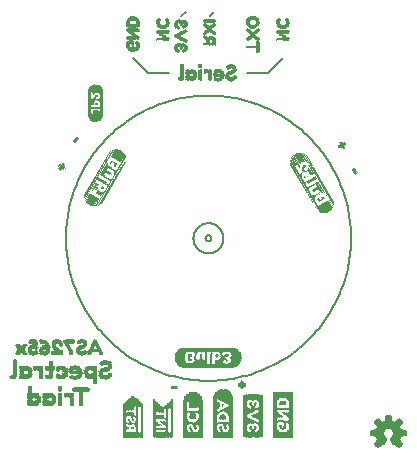
<source format=gbo>
G75*
%MOIN*%
%OFA0B0*%
%FSLAX25Y25*%
%IPPOS*%
%LPD*%
%AMOC8*
5,1,8,0,0,1.08239X$1,22.5*
%
%ADD10C,0.00600*%
%ADD11C,0.00800*%
%ADD12C,0.00591*%
%ADD13R,0.16220X0.00157*%
%ADD14R,0.17165X0.00157*%
%ADD15R,0.17795X0.00157*%
%ADD16R,0.18425X0.00157*%
%ADD17R,0.18740X0.00157*%
%ADD18R,0.19055X0.00157*%
%ADD19R,0.09921X0.00157*%
%ADD20R,0.01260X0.00157*%
%ADD21R,0.07087X0.00157*%
%ADD22R,0.00945X0.00157*%
%ADD23R,0.02992X0.00157*%
%ADD24R,0.04724X0.00157*%
%ADD25R,0.03307X0.00157*%
%ADD26R,0.04409X0.00157*%
%ADD27R,0.03150X0.00157*%
%ADD28R,0.04252X0.00157*%
%ADD29R,0.02835X0.00157*%
%ADD30R,0.04094X0.00157*%
%ADD31R,0.02677X0.00157*%
%ADD32R,0.02520X0.00157*%
%ADD33R,0.01102X0.00157*%
%ADD34R,0.02362X0.00157*%
%ADD35R,0.03465X0.00157*%
%ADD36R,0.00630X0.00157*%
%ADD37R,0.00315X0.00157*%
%ADD38R,0.00472X0.00157*%
%ADD39R,0.00787X0.00157*%
%ADD40R,0.01417X0.00157*%
%ADD41R,0.01575X0.00157*%
%ADD42R,0.01732X0.00157*%
%ADD43R,0.00157X0.00157*%
%ADD44R,0.01890X0.00157*%
%ADD45R,0.02205X0.00157*%
%ADD46R,0.19370X0.00157*%
%ADD47R,0.17480X0.00157*%
%ADD48R,0.19685X0.00157*%
%ADD49R,0.20000X0.00157*%
%ADD50R,0.20315X0.00157*%
%ADD51R,0.08189X0.00157*%
%ADD52R,0.04567X0.00157*%
%ADD53R,0.03780X0.00157*%
%ADD54R,0.03622X0.00157*%
%ADD55R,0.03937X0.00157*%
%ADD56R,0.02047X0.00157*%
%ADD57R,0.20630X0.00157*%
%ADD58R,0.00157X0.00157*%
%ADD59R,0.01181X0.00236*%
%ADD60R,0.04961X0.00236*%
%ADD61R,0.01654X0.00236*%
%ADD62R,0.01417X0.00236*%
%ADD63R,0.05906X0.00236*%
%ADD64R,0.05433X0.00236*%
%ADD65R,0.00709X0.00236*%
%ADD66R,0.03307X0.00236*%
%ADD67R,0.03543X0.00236*%
%ADD68R,0.03780X0.00236*%
%ADD69R,0.04016X0.00236*%
%ADD70R,0.04252X0.00236*%
%ADD71R,0.04488X0.00236*%
%ADD72R,0.00236X0.00236*%
%ADD73R,0.01890X0.00236*%
%ADD74R,0.00945X0.00236*%
%ADD75R,0.02598X0.00236*%
%ADD76R,0.00472X0.00236*%
%ADD77R,0.02362X0.00236*%
%ADD78R,0.03071X0.00236*%
%ADD79R,0.02835X0.00236*%
%ADD80R,0.02126X0.00236*%
%ADD81R,0.00197X0.00197*%
%ADD82R,0.01378X0.00197*%
%ADD83R,0.02756X0.00197*%
%ADD84R,0.01181X0.00197*%
%ADD85R,0.00394X0.00197*%
%ADD86R,0.02165X0.00197*%
%ADD87R,0.00984X0.00197*%
%ADD88R,0.02362X0.00197*%
%ADD89R,0.03740X0.00197*%
%ADD90R,0.01969X0.00197*%
%ADD91R,0.01772X0.00197*%
%ADD92R,0.02559X0.00197*%
%ADD93R,0.02953X0.00197*%
%ADD94R,0.03150X0.00197*%
%ADD95R,0.01575X0.00197*%
%ADD96R,0.03346X0.00197*%
%ADD97R,0.03543X0.00197*%
%ADD98R,0.00591X0.00197*%
%ADD99R,0.00787X0.00197*%
%ADD100R,0.01575X0.00236*%
%ADD101R,0.01378X0.00236*%
%ADD102R,0.02559X0.00236*%
%ADD103R,0.01969X0.00236*%
%ADD104R,0.03150X0.00236*%
%ADD105R,0.02756X0.00236*%
%ADD106R,0.03937X0.00197*%
%ADD107R,0.04134X0.00197*%
%ADD108R,0.04331X0.00197*%
%ADD109R,0.04528X0.00197*%
%ADD110R,0.04724X0.00236*%
%ADD111R,0.03346X0.00236*%
%ADD112R,0.00984X0.00236*%
%ADD113R,0.04921X0.00197*%
%ADD114R,0.05315X0.00197*%
%ADD115R,0.03937X0.00236*%
%ADD116R,0.00157X0.01102*%
%ADD117R,0.00157X0.00315*%
%ADD118R,0.00157X0.01732*%
%ADD119R,0.00157X0.00787*%
%ADD120R,0.00157X0.02047*%
%ADD121R,0.00157X0.00945*%
%ADD122R,0.00157X0.02362*%
%ADD123R,0.00157X0.02677*%
%ADD124R,0.00157X0.01260*%
%ADD125R,0.00157X0.02992*%
%ADD126R,0.00157X0.00630*%
%ADD127R,0.00157X0.01890*%
%ADD128R,0.00157X0.02205*%
%ADD129R,0.00157X0.01575*%
%ADD130R,0.00157X0.01417*%
%ADD131R,0.00157X0.02520*%
%ADD132R,0.00157X0.00472*%
%ADD133R,0.00157X0.02835*%
%ADD134R,0.00157X0.03150*%
%ADD135R,0.00157X0.03307*%
%ADD136R,0.00157X0.03465*%
%ADD137R,0.03740X0.00236*%
%ADD138R,0.00157X0.04094*%
%ADD139R,0.00157X0.05512*%
%ADD140R,0.00157X0.03780*%
%ADD141R,0.00157X0.03622*%
%ADD142R,0.00118X0.08858*%
%ADD143R,0.00118X0.09567*%
%ADD144R,0.00079X0.10039*%
%ADD145R,0.00157X0.10512*%
%ADD146R,0.00118X0.10748*%
%ADD147R,0.00118X0.10984*%
%ADD148R,0.00079X0.11220*%
%ADD149R,0.00118X0.07913*%
%ADD150R,0.00118X0.02953*%
%ADD151R,0.00157X0.03543*%
%ADD152R,0.00157X0.01535*%
%ADD153R,0.00118X0.03543*%
%ADD154R,0.00118X0.00472*%
%ADD155R,0.00118X0.01063*%
%ADD156R,0.00118X0.02598*%
%ADD157R,0.00118X0.00354*%
%ADD158R,0.00118X0.00827*%
%ADD159R,0.00118X0.00591*%
%ADD160R,0.00157X0.03661*%
%ADD161R,0.00157X0.00354*%
%ADD162R,0.00157X0.02598*%
%ADD163R,0.00118X0.03661*%
%ADD164R,0.00118X0.00709*%
%ADD165R,0.00118X0.02480*%
%ADD166R,0.00118X0.03780*%
%ADD167R,0.00118X0.00236*%
%ADD168R,0.00157X0.00236*%
%ADD169R,0.00157X0.00827*%
%ADD170R,0.00118X0.00945*%
%ADD171R,0.00157X0.01654*%
%ADD172R,0.00157X0.02717*%
%ADD173R,0.00118X0.01417*%
%ADD174R,0.00118X0.02717*%
%ADD175R,0.00118X0.02835*%
%ADD176R,0.00118X0.01299*%
%ADD177R,0.00157X0.01181*%
%ADD178R,0.00157X0.03071*%
%ADD179R,0.00118X0.01181*%
%ADD180R,0.00118X0.03189*%
%ADD181R,0.00118X0.02008*%
%ADD182R,0.00118X0.03425*%
%ADD183R,0.00118X0.02244*%
%ADD184R,0.00118X0.01890*%
%ADD185R,0.00118X0.02126*%
%ADD186R,0.00157X0.02126*%
%ADD187R,0.00118X0.11220*%
%ADD188R,0.00118X0.10512*%
%ADD189R,0.00118X0.10039*%
%ADD190R,0.00157X0.14331*%
%ADD191R,0.00157X0.07087*%
%ADD192R,0.00157X0.15276*%
%ADD193R,0.00157X0.11024*%
%ADD194R,0.00157X0.13858*%
%ADD195R,0.00157X0.14646*%
%ADD196R,0.00157X0.14961*%
%ADD197R,0.00157X0.15118*%
%ADD198R,0.00157X0.15433*%
%ADD199R,0.00157X0.11969*%
%ADD200R,0.00157X0.04567*%
%ADD201R,0.00157X0.04409*%
%ADD202R,0.00157X0.04252*%
%ADD203R,0.00157X0.03937*%
%ADD204R,0.00157X0.12913*%
%ADD205R,0.00157X0.13386*%
%ADD206R,0.00157X0.13701*%
%ADD207R,0.00157X0.14016*%
%ADD208R,0.00157X0.14173*%
%ADD209R,0.00157X0.14488*%
%ADD210R,0.00157X0.04882*%
%ADD211R,0.00157X0.05039*%
%ADD212R,0.00157X0.05197*%
%ADD213R,0.00157X0.12756*%
%ADD214R,0.00157X0.12598*%
%ADD215R,0.00157X0.12441*%
%ADD216R,0.00157X0.12283*%
%ADD217R,0.00157X0.11181*%
%ADD218R,0.00157X0.10866*%
%ADD219R,0.00157X0.10709*%
%ADD220R,0.00157X0.12126*%
%ADD221R,0.00157X0.11496*%
%ADD222R,0.00157X0.11654*%
%ADD223R,0.00157X0.13071*%
%ADD224R,0.00157X0.13228*%
%ADD225R,0.00157X0.11811*%
D10*
X0085275Y0263250D02*
X0084708Y0263818D01*
X0084708Y0264952D01*
X0085275Y0265519D01*
X0086409Y0265519D01*
X0086409Y0264385D01*
X0087543Y0265519D02*
X0088111Y0264952D01*
X0088111Y0263818D01*
X0087543Y0263250D01*
X0085275Y0263250D01*
X0084708Y0266934D02*
X0088111Y0266934D01*
X0084708Y0269202D01*
X0088111Y0269202D01*
X0088111Y0270617D02*
X0088111Y0272318D01*
X0087543Y0272885D01*
X0085275Y0272885D01*
X0084708Y0272318D01*
X0084708Y0270617D01*
X0088111Y0270617D01*
D11*
X0102408Y0274000D02*
X0103908Y0275500D01*
X0111908Y0274000D02*
X0113408Y0275500D01*
X0131408Y0255000D02*
X0136408Y0260000D01*
X0131408Y0255000D02*
X0124408Y0255000D01*
X0098408Y0255000D02*
X0091408Y0255000D01*
X0086408Y0260000D01*
X0063905Y0200000D02*
X0063919Y0201166D01*
X0063962Y0202331D01*
X0064034Y0203495D01*
X0064134Y0204656D01*
X0064262Y0205815D01*
X0064419Y0206970D01*
X0064604Y0208121D01*
X0064818Y0209267D01*
X0065059Y0210408D01*
X0065329Y0211542D01*
X0065626Y0212670D01*
X0065950Y0213789D01*
X0066303Y0214901D01*
X0066682Y0216003D01*
X0067088Y0217096D01*
X0067521Y0218179D01*
X0067980Y0219250D01*
X0068466Y0220310D01*
X0068977Y0221358D01*
X0069514Y0222393D01*
X0070076Y0223414D01*
X0070663Y0224421D01*
X0071275Y0225414D01*
X0071911Y0226391D01*
X0072570Y0227353D01*
X0073253Y0228298D01*
X0073959Y0229225D01*
X0074688Y0230136D01*
X0075438Y0231028D01*
X0076211Y0231901D01*
X0077004Y0232755D01*
X0077818Y0233590D01*
X0078653Y0234404D01*
X0079507Y0235197D01*
X0080380Y0235970D01*
X0081272Y0236720D01*
X0082183Y0237449D01*
X0083110Y0238155D01*
X0084055Y0238838D01*
X0085017Y0239497D01*
X0085994Y0240133D01*
X0086987Y0240745D01*
X0087994Y0241332D01*
X0089015Y0241894D01*
X0090050Y0242431D01*
X0091098Y0242942D01*
X0092158Y0243428D01*
X0093229Y0243887D01*
X0094312Y0244320D01*
X0095405Y0244726D01*
X0096507Y0245105D01*
X0097619Y0245458D01*
X0098738Y0245782D01*
X0099866Y0246079D01*
X0101000Y0246349D01*
X0102141Y0246590D01*
X0103287Y0246804D01*
X0104438Y0246989D01*
X0105593Y0247146D01*
X0106752Y0247274D01*
X0107913Y0247374D01*
X0109077Y0247446D01*
X0110242Y0247489D01*
X0111408Y0247503D01*
X0112574Y0247489D01*
X0113739Y0247446D01*
X0114903Y0247374D01*
X0116064Y0247274D01*
X0117223Y0247146D01*
X0118378Y0246989D01*
X0119529Y0246804D01*
X0120675Y0246590D01*
X0121816Y0246349D01*
X0122950Y0246079D01*
X0124078Y0245782D01*
X0125197Y0245458D01*
X0126309Y0245105D01*
X0127411Y0244726D01*
X0128504Y0244320D01*
X0129587Y0243887D01*
X0130658Y0243428D01*
X0131718Y0242942D01*
X0132766Y0242431D01*
X0133801Y0241894D01*
X0134822Y0241332D01*
X0135829Y0240745D01*
X0136822Y0240133D01*
X0137799Y0239497D01*
X0138761Y0238838D01*
X0139706Y0238155D01*
X0140633Y0237449D01*
X0141544Y0236720D01*
X0142436Y0235970D01*
X0143309Y0235197D01*
X0144163Y0234404D01*
X0144998Y0233590D01*
X0145812Y0232755D01*
X0146605Y0231901D01*
X0147378Y0231028D01*
X0148128Y0230136D01*
X0148857Y0229225D01*
X0149563Y0228298D01*
X0150246Y0227353D01*
X0150905Y0226391D01*
X0151541Y0225414D01*
X0152153Y0224421D01*
X0152740Y0223414D01*
X0153302Y0222393D01*
X0153839Y0221358D01*
X0154350Y0220310D01*
X0154836Y0219250D01*
X0155295Y0218179D01*
X0155728Y0217096D01*
X0156134Y0216003D01*
X0156513Y0214901D01*
X0156866Y0213789D01*
X0157190Y0212670D01*
X0157487Y0211542D01*
X0157757Y0210408D01*
X0157998Y0209267D01*
X0158212Y0208121D01*
X0158397Y0206970D01*
X0158554Y0205815D01*
X0158682Y0204656D01*
X0158782Y0203495D01*
X0158854Y0202331D01*
X0158897Y0201166D01*
X0158911Y0200000D01*
X0158897Y0198834D01*
X0158854Y0197669D01*
X0158782Y0196505D01*
X0158682Y0195344D01*
X0158554Y0194185D01*
X0158397Y0193030D01*
X0158212Y0191879D01*
X0157998Y0190733D01*
X0157757Y0189592D01*
X0157487Y0188458D01*
X0157190Y0187330D01*
X0156866Y0186211D01*
X0156513Y0185099D01*
X0156134Y0183997D01*
X0155728Y0182904D01*
X0155295Y0181821D01*
X0154836Y0180750D01*
X0154350Y0179690D01*
X0153839Y0178642D01*
X0153302Y0177607D01*
X0152740Y0176586D01*
X0152153Y0175579D01*
X0151541Y0174586D01*
X0150905Y0173609D01*
X0150246Y0172647D01*
X0149563Y0171702D01*
X0148857Y0170775D01*
X0148128Y0169864D01*
X0147378Y0168972D01*
X0146605Y0168099D01*
X0145812Y0167245D01*
X0144998Y0166410D01*
X0144163Y0165596D01*
X0143309Y0164803D01*
X0142436Y0164030D01*
X0141544Y0163280D01*
X0140633Y0162551D01*
X0139706Y0161845D01*
X0138761Y0161162D01*
X0137799Y0160503D01*
X0136822Y0159867D01*
X0135829Y0159255D01*
X0134822Y0158668D01*
X0133801Y0158106D01*
X0132766Y0157569D01*
X0131718Y0157058D01*
X0130658Y0156572D01*
X0129587Y0156113D01*
X0128504Y0155680D01*
X0127411Y0155274D01*
X0126309Y0154895D01*
X0125197Y0154542D01*
X0124078Y0154218D01*
X0122950Y0153921D01*
X0121816Y0153651D01*
X0120675Y0153410D01*
X0119529Y0153196D01*
X0118378Y0153011D01*
X0117223Y0152854D01*
X0116064Y0152726D01*
X0114903Y0152626D01*
X0113739Y0152554D01*
X0112574Y0152511D01*
X0111408Y0152497D01*
X0110242Y0152511D01*
X0109077Y0152554D01*
X0107913Y0152626D01*
X0106752Y0152726D01*
X0105593Y0152854D01*
X0104438Y0153011D01*
X0103287Y0153196D01*
X0102141Y0153410D01*
X0101000Y0153651D01*
X0099866Y0153921D01*
X0098738Y0154218D01*
X0097619Y0154542D01*
X0096507Y0154895D01*
X0095405Y0155274D01*
X0094312Y0155680D01*
X0093229Y0156113D01*
X0092158Y0156572D01*
X0091098Y0157058D01*
X0090050Y0157569D01*
X0089015Y0158106D01*
X0087994Y0158668D01*
X0086987Y0159255D01*
X0085994Y0159867D01*
X0085017Y0160503D01*
X0084055Y0161162D01*
X0083110Y0161845D01*
X0082183Y0162551D01*
X0081272Y0163280D01*
X0080380Y0164030D01*
X0079507Y0164803D01*
X0078653Y0165596D01*
X0077818Y0166410D01*
X0077004Y0167245D01*
X0076211Y0168099D01*
X0075438Y0168972D01*
X0074688Y0169864D01*
X0073959Y0170775D01*
X0073253Y0171702D01*
X0072570Y0172647D01*
X0071911Y0173609D01*
X0071275Y0174586D01*
X0070663Y0175579D01*
X0070076Y0176586D01*
X0069514Y0177607D01*
X0068977Y0178642D01*
X0068466Y0179690D01*
X0067980Y0180750D01*
X0067521Y0181821D01*
X0067088Y0182904D01*
X0066682Y0183997D01*
X0066303Y0185099D01*
X0065950Y0186211D01*
X0065626Y0187330D01*
X0065329Y0188458D01*
X0065059Y0189592D01*
X0064818Y0190733D01*
X0064604Y0191879D01*
X0064419Y0193030D01*
X0064262Y0194185D01*
X0064134Y0195344D01*
X0064034Y0196505D01*
X0063962Y0197669D01*
X0063919Y0198834D01*
X0063905Y0200000D01*
X0110408Y0200000D02*
X0110410Y0200063D01*
X0110416Y0200125D01*
X0110426Y0200187D01*
X0110439Y0200249D01*
X0110457Y0200309D01*
X0110478Y0200368D01*
X0110503Y0200426D01*
X0110532Y0200482D01*
X0110564Y0200536D01*
X0110599Y0200588D01*
X0110637Y0200637D01*
X0110679Y0200685D01*
X0110723Y0200729D01*
X0110771Y0200771D01*
X0110820Y0200809D01*
X0110872Y0200844D01*
X0110926Y0200876D01*
X0110982Y0200905D01*
X0111040Y0200930D01*
X0111099Y0200951D01*
X0111159Y0200969D01*
X0111221Y0200982D01*
X0111283Y0200992D01*
X0111345Y0200998D01*
X0111408Y0201000D01*
X0111471Y0200998D01*
X0111533Y0200992D01*
X0111595Y0200982D01*
X0111657Y0200969D01*
X0111717Y0200951D01*
X0111776Y0200930D01*
X0111834Y0200905D01*
X0111890Y0200876D01*
X0111944Y0200844D01*
X0111996Y0200809D01*
X0112045Y0200771D01*
X0112093Y0200729D01*
X0112137Y0200685D01*
X0112179Y0200637D01*
X0112217Y0200588D01*
X0112252Y0200536D01*
X0112284Y0200482D01*
X0112313Y0200426D01*
X0112338Y0200368D01*
X0112359Y0200309D01*
X0112377Y0200249D01*
X0112390Y0200187D01*
X0112400Y0200125D01*
X0112406Y0200063D01*
X0112408Y0200000D01*
X0112406Y0199937D01*
X0112400Y0199875D01*
X0112390Y0199813D01*
X0112377Y0199751D01*
X0112359Y0199691D01*
X0112338Y0199632D01*
X0112313Y0199574D01*
X0112284Y0199518D01*
X0112252Y0199464D01*
X0112217Y0199412D01*
X0112179Y0199363D01*
X0112137Y0199315D01*
X0112093Y0199271D01*
X0112045Y0199229D01*
X0111996Y0199191D01*
X0111944Y0199156D01*
X0111890Y0199124D01*
X0111834Y0199095D01*
X0111776Y0199070D01*
X0111717Y0199049D01*
X0111657Y0199031D01*
X0111595Y0199018D01*
X0111533Y0199008D01*
X0111471Y0199002D01*
X0111408Y0199000D01*
X0111345Y0199002D01*
X0111283Y0199008D01*
X0111221Y0199018D01*
X0111159Y0199031D01*
X0111099Y0199049D01*
X0111040Y0199070D01*
X0110982Y0199095D01*
X0110926Y0199124D01*
X0110872Y0199156D01*
X0110820Y0199191D01*
X0110771Y0199229D01*
X0110723Y0199271D01*
X0110679Y0199315D01*
X0110637Y0199363D01*
X0110599Y0199412D01*
X0110564Y0199464D01*
X0110532Y0199518D01*
X0110503Y0199574D01*
X0110478Y0199632D01*
X0110457Y0199691D01*
X0110439Y0199751D01*
X0110426Y0199813D01*
X0110416Y0199875D01*
X0110410Y0199937D01*
X0110408Y0200000D01*
X0106408Y0200000D02*
X0106410Y0200141D01*
X0106416Y0200282D01*
X0106426Y0200422D01*
X0106440Y0200562D01*
X0106458Y0200702D01*
X0106479Y0200841D01*
X0106505Y0200980D01*
X0106534Y0201118D01*
X0106568Y0201254D01*
X0106605Y0201390D01*
X0106646Y0201525D01*
X0106691Y0201659D01*
X0106740Y0201791D01*
X0106792Y0201922D01*
X0106848Y0202051D01*
X0106908Y0202178D01*
X0106971Y0202304D01*
X0107037Y0202428D01*
X0107108Y0202551D01*
X0107181Y0202671D01*
X0107258Y0202789D01*
X0107338Y0202905D01*
X0107422Y0203018D01*
X0107508Y0203129D01*
X0107598Y0203238D01*
X0107691Y0203344D01*
X0107786Y0203447D01*
X0107885Y0203548D01*
X0107986Y0203646D01*
X0108090Y0203741D01*
X0108197Y0203833D01*
X0108306Y0203922D01*
X0108418Y0204007D01*
X0108532Y0204090D01*
X0108648Y0204170D01*
X0108767Y0204246D01*
X0108888Y0204318D01*
X0109010Y0204388D01*
X0109135Y0204453D01*
X0109261Y0204516D01*
X0109389Y0204574D01*
X0109519Y0204629D01*
X0109650Y0204681D01*
X0109783Y0204728D01*
X0109917Y0204772D01*
X0110052Y0204813D01*
X0110188Y0204849D01*
X0110325Y0204881D01*
X0110463Y0204910D01*
X0110601Y0204935D01*
X0110741Y0204955D01*
X0110881Y0204972D01*
X0111021Y0204985D01*
X0111162Y0204994D01*
X0111302Y0204999D01*
X0111443Y0205000D01*
X0111584Y0204997D01*
X0111725Y0204990D01*
X0111865Y0204979D01*
X0112005Y0204964D01*
X0112145Y0204945D01*
X0112284Y0204923D01*
X0112422Y0204896D01*
X0112560Y0204866D01*
X0112696Y0204831D01*
X0112832Y0204793D01*
X0112966Y0204751D01*
X0113100Y0204705D01*
X0113232Y0204656D01*
X0113362Y0204602D01*
X0113491Y0204545D01*
X0113618Y0204485D01*
X0113744Y0204421D01*
X0113867Y0204353D01*
X0113989Y0204282D01*
X0114109Y0204208D01*
X0114226Y0204130D01*
X0114341Y0204049D01*
X0114454Y0203965D01*
X0114565Y0203878D01*
X0114673Y0203787D01*
X0114778Y0203694D01*
X0114881Y0203597D01*
X0114981Y0203498D01*
X0115078Y0203396D01*
X0115172Y0203291D01*
X0115263Y0203184D01*
X0115351Y0203074D01*
X0115436Y0202962D01*
X0115518Y0202847D01*
X0115597Y0202730D01*
X0115672Y0202611D01*
X0115744Y0202490D01*
X0115812Y0202367D01*
X0115877Y0202242D01*
X0115939Y0202115D01*
X0115996Y0201986D01*
X0116051Y0201856D01*
X0116101Y0201725D01*
X0116148Y0201592D01*
X0116191Y0201458D01*
X0116230Y0201322D01*
X0116265Y0201186D01*
X0116297Y0201049D01*
X0116324Y0200911D01*
X0116348Y0200772D01*
X0116368Y0200632D01*
X0116384Y0200492D01*
X0116396Y0200352D01*
X0116404Y0200211D01*
X0116408Y0200070D01*
X0116408Y0199930D01*
X0116404Y0199789D01*
X0116396Y0199648D01*
X0116384Y0199508D01*
X0116368Y0199368D01*
X0116348Y0199228D01*
X0116324Y0199089D01*
X0116297Y0198951D01*
X0116265Y0198814D01*
X0116230Y0198678D01*
X0116191Y0198542D01*
X0116148Y0198408D01*
X0116101Y0198275D01*
X0116051Y0198144D01*
X0115996Y0198014D01*
X0115939Y0197885D01*
X0115877Y0197758D01*
X0115812Y0197633D01*
X0115744Y0197510D01*
X0115672Y0197389D01*
X0115597Y0197270D01*
X0115518Y0197153D01*
X0115436Y0197038D01*
X0115351Y0196926D01*
X0115263Y0196816D01*
X0115172Y0196709D01*
X0115078Y0196604D01*
X0114981Y0196502D01*
X0114881Y0196403D01*
X0114778Y0196306D01*
X0114673Y0196213D01*
X0114565Y0196122D01*
X0114454Y0196035D01*
X0114341Y0195951D01*
X0114226Y0195870D01*
X0114109Y0195792D01*
X0113989Y0195718D01*
X0113867Y0195647D01*
X0113744Y0195579D01*
X0113618Y0195515D01*
X0113491Y0195455D01*
X0113362Y0195398D01*
X0113232Y0195344D01*
X0113100Y0195295D01*
X0112966Y0195249D01*
X0112832Y0195207D01*
X0112696Y0195169D01*
X0112560Y0195134D01*
X0112422Y0195104D01*
X0112284Y0195077D01*
X0112145Y0195055D01*
X0112005Y0195036D01*
X0111865Y0195021D01*
X0111725Y0195010D01*
X0111584Y0195003D01*
X0111443Y0195000D01*
X0111302Y0195001D01*
X0111162Y0195006D01*
X0111021Y0195015D01*
X0110881Y0195028D01*
X0110741Y0195045D01*
X0110601Y0195065D01*
X0110463Y0195090D01*
X0110325Y0195119D01*
X0110188Y0195151D01*
X0110052Y0195187D01*
X0109917Y0195228D01*
X0109783Y0195272D01*
X0109650Y0195319D01*
X0109519Y0195371D01*
X0109389Y0195426D01*
X0109261Y0195484D01*
X0109135Y0195547D01*
X0109010Y0195612D01*
X0108888Y0195682D01*
X0108767Y0195754D01*
X0108648Y0195830D01*
X0108532Y0195910D01*
X0108418Y0195993D01*
X0108306Y0196078D01*
X0108197Y0196167D01*
X0108090Y0196259D01*
X0107986Y0196354D01*
X0107885Y0196452D01*
X0107786Y0196553D01*
X0107691Y0196656D01*
X0107598Y0196762D01*
X0107508Y0196871D01*
X0107422Y0196982D01*
X0107338Y0197095D01*
X0107258Y0197211D01*
X0107181Y0197329D01*
X0107108Y0197449D01*
X0107037Y0197572D01*
X0106971Y0197696D01*
X0106908Y0197822D01*
X0106848Y0197949D01*
X0106792Y0198078D01*
X0106740Y0198209D01*
X0106691Y0198341D01*
X0106646Y0198475D01*
X0106605Y0198610D01*
X0106568Y0198746D01*
X0106534Y0198882D01*
X0106505Y0199020D01*
X0106479Y0199159D01*
X0106458Y0199298D01*
X0106440Y0199438D01*
X0106426Y0199578D01*
X0106416Y0199718D01*
X0106410Y0199859D01*
X0106408Y0200000D01*
D12*
X0166754Y0131364D02*
X0167772Y0130346D01*
X0169256Y0131557D01*
X0169854Y0131249D01*
X0170701Y0133295D01*
X0170316Y0133512D01*
X0169994Y0133814D01*
X0169753Y0134184D01*
X0169606Y0134600D01*
X0169563Y0135040D01*
X0169626Y0135477D01*
X0169790Y0135887D01*
X0170047Y0136246D01*
X0170383Y0136534D01*
X0170777Y0136734D01*
X0171207Y0136834D01*
X0171649Y0136829D01*
X0172077Y0136719D01*
X0172466Y0136511D01*
X0172795Y0136216D01*
X0173045Y0135852D01*
X0173200Y0135438D01*
X0173253Y0135000D01*
X0173202Y0134569D01*
X0173052Y0134162D01*
X0172811Y0133801D01*
X0172493Y0133507D01*
X0172114Y0133295D01*
X0172962Y0131249D01*
X0173559Y0131557D01*
X0175043Y0130346D01*
X0176061Y0131364D01*
X0174851Y0132848D01*
X0175159Y0133446D01*
X0175364Y0134087D01*
X0177269Y0134280D01*
X0177269Y0135720D01*
X0175364Y0135913D01*
X0175159Y0136554D01*
X0174851Y0137151D01*
X0176061Y0138636D01*
X0175043Y0139653D01*
X0173559Y0138443D01*
X0172961Y0138751D01*
X0172321Y0138956D01*
X0172127Y0140861D01*
X0170688Y0140861D01*
X0170494Y0138956D01*
X0169854Y0138751D01*
X0169256Y0138443D01*
X0167772Y0139653D01*
X0166754Y0138636D01*
X0167964Y0137151D01*
X0167656Y0136554D01*
X0167451Y0135913D01*
X0165546Y0135720D01*
X0165546Y0134280D01*
X0167451Y0134087D01*
X0167656Y0133446D01*
X0167964Y0132848D01*
X0166754Y0131364D01*
X0166848Y0131480D02*
X0169162Y0131480D01*
X0169405Y0131480D02*
X0169949Y0131480D01*
X0170193Y0132069D02*
X0167329Y0132069D01*
X0167809Y0132658D02*
X0170437Y0132658D01*
X0170681Y0133247D02*
X0167759Y0133247D01*
X0167532Y0133836D02*
X0169980Y0133836D01*
X0169668Y0134425D02*
X0165546Y0134425D01*
X0165546Y0135014D02*
X0169566Y0135014D01*
X0169676Y0135603D02*
X0165546Y0135603D01*
X0167541Y0136192D02*
X0170009Y0136192D01*
X0170981Y0136781D02*
X0167774Y0136781D01*
X0167786Y0137370D02*
X0175029Y0137370D01*
X0175042Y0136781D02*
X0171835Y0136781D01*
X0172812Y0136192D02*
X0175275Y0136192D01*
X0175510Y0137959D02*
X0167306Y0137959D01*
X0166825Y0138548D02*
X0169127Y0138548D01*
X0169460Y0138548D02*
X0173355Y0138548D01*
X0173688Y0138548D02*
X0175990Y0138548D01*
X0175559Y0139138D02*
X0174411Y0139138D01*
X0172303Y0139138D02*
X0170513Y0139138D01*
X0170573Y0139727D02*
X0172243Y0139727D01*
X0172183Y0140316D02*
X0170632Y0140316D01*
X0168405Y0139138D02*
X0167256Y0139138D01*
X0173138Y0135603D02*
X0177269Y0135603D01*
X0177269Y0135014D02*
X0173252Y0135014D01*
X0173149Y0134425D02*
X0177269Y0134425D01*
X0175284Y0133836D02*
X0172834Y0133836D01*
X0172134Y0133247D02*
X0175056Y0133247D01*
X0175006Y0132658D02*
X0172378Y0132658D01*
X0172622Y0132069D02*
X0175487Y0132069D01*
X0175967Y0131480D02*
X0173654Y0131480D01*
X0173410Y0131480D02*
X0172866Y0131480D01*
X0174376Y0130891D02*
X0175588Y0130891D01*
X0168439Y0130891D02*
X0167228Y0130891D01*
D13*
G36*
X0075620Y0211599D02*
X0083729Y0225645D01*
X0083864Y0225567D01*
X0075755Y0211521D01*
X0075620Y0211599D01*
G37*
G36*
X0070164Y0214749D02*
X0078273Y0228795D01*
X0078408Y0228717D01*
X0070299Y0214671D01*
X0070164Y0214749D01*
G37*
D14*
G36*
X0070065Y0214261D02*
X0078646Y0229125D01*
X0078781Y0229047D01*
X0070200Y0214183D01*
X0070065Y0214261D01*
G37*
G36*
X0075247Y0211269D02*
X0083828Y0226133D01*
X0083963Y0226055D01*
X0075382Y0211191D01*
X0075247Y0211269D01*
G37*
D15*
G36*
X0074953Y0211074D02*
X0083849Y0226484D01*
X0083985Y0226406D01*
X0075089Y0210996D01*
X0074953Y0211074D01*
G37*
G36*
X0070043Y0213909D02*
X0078939Y0229319D01*
X0079075Y0229241D01*
X0070179Y0213831D01*
X0070043Y0213909D01*
G37*
D16*
G36*
X0070022Y0213558D02*
X0079233Y0229512D01*
X0079368Y0229434D01*
X0070157Y0213480D01*
X0070022Y0213558D01*
G37*
G36*
X0074659Y0210881D02*
X0083870Y0226835D01*
X0084005Y0226757D01*
X0074794Y0210803D01*
X0074659Y0210881D01*
G37*
G36*
X0138755Y0224953D02*
X0147966Y0208999D01*
X0147831Y0208921D01*
X0138620Y0224875D01*
X0138755Y0224953D01*
G37*
G36*
X0143937Y0227945D02*
X0153148Y0211991D01*
X0153013Y0211913D01*
X0143802Y0227867D01*
X0143937Y0227945D01*
G37*
X0111325Y0162992D03*
X0111325Y0157008D03*
D17*
G36*
X0074444Y0210823D02*
X0083813Y0227051D01*
X0083948Y0226973D01*
X0074579Y0210745D01*
X0074444Y0210823D01*
G37*
G36*
X0070080Y0213343D02*
X0079449Y0229571D01*
X0079584Y0229493D01*
X0070215Y0213265D01*
X0070080Y0213343D01*
G37*
D18*
G36*
X0070137Y0213128D02*
X0079663Y0229628D01*
X0079799Y0229550D01*
X0070273Y0213050D01*
X0070137Y0213128D01*
G37*
G36*
X0074229Y0210766D02*
X0083755Y0227266D01*
X0083891Y0227188D01*
X0074365Y0210688D01*
X0074229Y0210766D01*
G37*
G36*
X0138734Y0225305D02*
X0148260Y0208805D01*
X0148124Y0208727D01*
X0138598Y0225227D01*
X0138734Y0225305D01*
G37*
G36*
X0143644Y0228139D02*
X0153170Y0211639D01*
X0153034Y0211561D01*
X0143508Y0228061D01*
X0143644Y0228139D01*
G37*
X0111325Y0162835D03*
X0111325Y0157165D03*
D19*
X0105971Y0157795D03*
X0105813Y0157953D03*
G36*
X0148001Y0219017D02*
X0152960Y0210427D01*
X0152825Y0210349D01*
X0147866Y0218939D01*
X0148001Y0219017D01*
G37*
G36*
X0148059Y0219232D02*
X0153018Y0210642D01*
X0152883Y0210564D01*
X0147924Y0219154D01*
X0148059Y0219232D01*
G37*
G36*
X0075135Y0221153D02*
X0080094Y0229743D01*
X0080229Y0229665D01*
X0075270Y0221075D01*
X0075135Y0221153D01*
G37*
G36*
X0074920Y0221096D02*
X0079879Y0229686D01*
X0080014Y0229608D01*
X0075055Y0221018D01*
X0074920Y0221096D01*
G37*
D20*
G36*
X0073975Y0219458D02*
X0074604Y0220548D01*
X0074739Y0220470D01*
X0074110Y0219380D01*
X0073975Y0219458D01*
G37*
G36*
X0073706Y0216159D02*
X0074335Y0217249D01*
X0074470Y0217171D01*
X0073841Y0216081D01*
X0073706Y0216159D01*
G37*
G36*
X0074052Y0214868D02*
X0074681Y0215958D01*
X0074816Y0215880D01*
X0074187Y0214790D01*
X0074052Y0214868D01*
G37*
G36*
X0074188Y0214789D02*
X0074817Y0215879D01*
X0074952Y0215801D01*
X0074323Y0214711D01*
X0074188Y0214789D01*
G37*
G36*
X0074325Y0214710D02*
X0074954Y0215800D01*
X0075089Y0215722D01*
X0074460Y0214632D01*
X0074325Y0214710D01*
G37*
G36*
X0074461Y0214632D02*
X0075090Y0215722D01*
X0075225Y0215644D01*
X0074596Y0214554D01*
X0074461Y0214632D01*
G37*
G36*
X0074597Y0214553D02*
X0075226Y0215643D01*
X0075361Y0215565D01*
X0074732Y0214475D01*
X0074597Y0214553D01*
G37*
G36*
X0074734Y0214474D02*
X0075363Y0215564D01*
X0075498Y0215486D01*
X0074869Y0214396D01*
X0074734Y0214474D01*
G37*
G36*
X0074870Y0214395D02*
X0075499Y0215485D01*
X0075634Y0215407D01*
X0075005Y0214317D01*
X0074870Y0214395D01*
G37*
G36*
X0076934Y0221750D02*
X0077563Y0222840D01*
X0077698Y0222762D01*
X0077069Y0221672D01*
X0076934Y0221750D01*
G37*
G36*
X0079904Y0221854D02*
X0080533Y0222944D01*
X0080668Y0222866D01*
X0080039Y0221776D01*
X0079904Y0221854D01*
G37*
G36*
X0080167Y0223884D02*
X0080796Y0224974D01*
X0080931Y0224896D01*
X0080302Y0223806D01*
X0080167Y0223884D01*
G37*
G36*
X0080030Y0223963D02*
X0080659Y0225053D01*
X0080794Y0224975D01*
X0080165Y0223885D01*
X0080030Y0223963D01*
G37*
G36*
X0079894Y0224042D02*
X0080523Y0225132D01*
X0080658Y0225054D01*
X0080029Y0223964D01*
X0079894Y0224042D01*
G37*
G36*
X0079758Y0224121D02*
X0080387Y0225211D01*
X0080522Y0225133D01*
X0079893Y0224043D01*
X0079758Y0224121D01*
G37*
G36*
X0142748Y0223077D02*
X0143377Y0221987D01*
X0143242Y0221909D01*
X0142613Y0222999D01*
X0142748Y0223077D01*
G37*
G36*
X0147113Y0220870D02*
X0147742Y0219780D01*
X0147607Y0219702D01*
X0146978Y0220792D01*
X0147113Y0220870D01*
G37*
G36*
X0147539Y0217297D02*
X0148168Y0216207D01*
X0148033Y0216129D01*
X0147404Y0217219D01*
X0147539Y0217297D01*
G37*
G36*
X0146223Y0214537D02*
X0146852Y0213447D01*
X0146717Y0213369D01*
X0146088Y0214459D01*
X0146223Y0214537D01*
G37*
G36*
X0147850Y0213294D02*
X0148479Y0212204D01*
X0148344Y0212126D01*
X0147715Y0213216D01*
X0147850Y0213294D01*
G37*
G36*
X0148259Y0213530D02*
X0148888Y0212440D01*
X0148753Y0212362D01*
X0148124Y0213452D01*
X0148259Y0213530D01*
G37*
G36*
X0149214Y0214081D02*
X0149843Y0212991D01*
X0149708Y0212913D01*
X0149079Y0214003D01*
X0149214Y0214081D01*
G37*
G36*
X0149350Y0214160D02*
X0149979Y0213070D01*
X0149844Y0212992D01*
X0149215Y0214082D01*
X0149350Y0214160D01*
G37*
X0107152Y0161732D03*
X0105262Y0160945D03*
X0105262Y0160472D03*
X0105262Y0159370D03*
X0105262Y0159213D03*
X0108884Y0159213D03*
X0112191Y0157795D03*
X0117388Y0160630D03*
X0117545Y0160787D03*
D21*
G36*
X0070252Y0212697D02*
X0073794Y0218833D01*
X0073930Y0218755D01*
X0070388Y0212619D01*
X0070252Y0212697D01*
G37*
G36*
X0070195Y0212912D02*
X0073737Y0219048D01*
X0073873Y0218970D01*
X0070331Y0212834D01*
X0070195Y0212912D01*
G37*
D22*
G36*
X0073843Y0216080D02*
X0074314Y0216896D01*
X0074449Y0216818D01*
X0073978Y0216002D01*
X0073843Y0216080D01*
G37*
G36*
X0075427Y0216620D02*
X0075898Y0217436D01*
X0076033Y0217358D01*
X0075562Y0216542D01*
X0075427Y0216620D01*
G37*
G36*
X0075564Y0216542D02*
X0076035Y0217358D01*
X0076170Y0217280D01*
X0075699Y0216464D01*
X0075564Y0216542D01*
G37*
G36*
X0075700Y0216463D02*
X0076171Y0217279D01*
X0076306Y0217201D01*
X0075835Y0216385D01*
X0075700Y0216463D01*
G37*
G36*
X0076645Y0218099D02*
X0077116Y0218915D01*
X0077251Y0218837D01*
X0076780Y0218021D01*
X0076645Y0218099D01*
G37*
G36*
X0076508Y0218178D02*
X0076979Y0218994D01*
X0077114Y0218916D01*
X0076643Y0218100D01*
X0076508Y0218178D01*
G37*
G36*
X0076372Y0218257D02*
X0076843Y0219073D01*
X0076978Y0218995D01*
X0076507Y0218179D01*
X0076372Y0218257D01*
G37*
G36*
X0076236Y0218336D02*
X0076707Y0219152D01*
X0076842Y0219074D01*
X0076371Y0218258D01*
X0076236Y0218336D01*
G37*
G36*
X0076099Y0218414D02*
X0076570Y0219230D01*
X0076705Y0219152D01*
X0076234Y0218336D01*
X0076099Y0218414D01*
G37*
G36*
X0075963Y0218493D02*
X0076434Y0219309D01*
X0076569Y0219231D01*
X0076098Y0218415D01*
X0075963Y0218493D01*
G37*
G36*
X0075827Y0218572D02*
X0076298Y0219388D01*
X0076433Y0219310D01*
X0075962Y0218494D01*
X0075827Y0218572D01*
G37*
G36*
X0075690Y0218651D02*
X0076161Y0219467D01*
X0076296Y0219389D01*
X0075825Y0218573D01*
X0075690Y0218651D01*
G37*
G36*
X0075554Y0218729D02*
X0076025Y0219545D01*
X0076160Y0219467D01*
X0075689Y0218651D01*
X0075554Y0218729D01*
G37*
G36*
X0075417Y0218808D02*
X0075888Y0219624D01*
X0076023Y0219546D01*
X0075552Y0218730D01*
X0075417Y0218808D01*
G37*
G36*
X0075281Y0218887D02*
X0075752Y0219703D01*
X0075887Y0219625D01*
X0075416Y0218809D01*
X0075281Y0218887D01*
G37*
G36*
X0075145Y0218966D02*
X0075616Y0219782D01*
X0075751Y0219704D01*
X0075280Y0218888D01*
X0075145Y0218966D01*
G37*
G36*
X0075008Y0219044D02*
X0075479Y0219860D01*
X0075614Y0219782D01*
X0075143Y0218966D01*
X0075008Y0219044D01*
G37*
G36*
X0074872Y0219123D02*
X0075343Y0219939D01*
X0075478Y0219861D01*
X0075007Y0219045D01*
X0074872Y0219123D01*
G37*
G36*
X0074735Y0219202D02*
X0075206Y0220018D01*
X0075341Y0219940D01*
X0074870Y0219124D01*
X0074735Y0219202D01*
G37*
G36*
X0074599Y0219281D02*
X0075070Y0220097D01*
X0075205Y0220019D01*
X0074734Y0219203D01*
X0074599Y0219281D01*
G37*
G36*
X0074463Y0219359D02*
X0074934Y0220175D01*
X0075069Y0220097D01*
X0074598Y0219281D01*
X0074463Y0219359D01*
G37*
G36*
X0074326Y0219438D02*
X0074797Y0220254D01*
X0074932Y0220176D01*
X0074461Y0219360D01*
X0074326Y0219438D01*
G37*
G36*
X0074190Y0219517D02*
X0074661Y0220333D01*
X0074796Y0220255D01*
X0074325Y0219439D01*
X0074190Y0219517D01*
G37*
G36*
X0076781Y0218021D02*
X0077252Y0218837D01*
X0077387Y0218759D01*
X0076916Y0217943D01*
X0076781Y0218021D01*
G37*
G36*
X0076918Y0217942D02*
X0077389Y0218758D01*
X0077524Y0218680D01*
X0077053Y0217864D01*
X0076918Y0217942D01*
G37*
G36*
X0078377Y0221100D02*
X0078848Y0221916D01*
X0078983Y0221838D01*
X0078512Y0221022D01*
X0078377Y0221100D01*
G37*
G36*
X0078241Y0221179D02*
X0078712Y0221995D01*
X0078847Y0221917D01*
X0078376Y0221101D01*
X0078241Y0221179D01*
G37*
G36*
X0078104Y0221257D02*
X0078575Y0222073D01*
X0078710Y0221995D01*
X0078239Y0221179D01*
X0078104Y0221257D01*
G37*
G36*
X0077968Y0221336D02*
X0078439Y0222152D01*
X0078574Y0222074D01*
X0078103Y0221258D01*
X0077968Y0221336D01*
G37*
G36*
X0077832Y0221415D02*
X0078303Y0222231D01*
X0078438Y0222153D01*
X0077967Y0221337D01*
X0077832Y0221415D01*
G37*
G36*
X0077695Y0221493D02*
X0078166Y0222309D01*
X0078301Y0222231D01*
X0077830Y0221415D01*
X0077695Y0221493D01*
G37*
G36*
X0077559Y0221572D02*
X0078030Y0222388D01*
X0078165Y0222310D01*
X0077694Y0221494D01*
X0077559Y0221572D01*
G37*
G36*
X0077422Y0221651D02*
X0077893Y0222467D01*
X0078028Y0222389D01*
X0077557Y0221573D01*
X0077422Y0221651D01*
G37*
G36*
X0079846Y0222070D02*
X0080317Y0222886D01*
X0080452Y0222808D01*
X0079981Y0221992D01*
X0079846Y0222070D01*
G37*
G36*
X0079097Y0224867D02*
X0079568Y0225683D01*
X0079703Y0225605D01*
X0079232Y0224789D01*
X0079097Y0224867D01*
G37*
G36*
X0142769Y0222725D02*
X0143240Y0221909D01*
X0143105Y0221831D01*
X0142634Y0222647D01*
X0142769Y0222725D01*
G37*
G36*
X0142900Y0224073D02*
X0143371Y0223257D01*
X0143236Y0223179D01*
X0142765Y0223995D01*
X0142900Y0224073D01*
G37*
G36*
X0142957Y0224288D02*
X0143428Y0223472D01*
X0143293Y0223394D01*
X0142822Y0224210D01*
X0142957Y0224288D01*
G37*
G36*
X0143094Y0224367D02*
X0143565Y0223551D01*
X0143430Y0223473D01*
X0142959Y0224289D01*
X0143094Y0224367D01*
G37*
G36*
X0143366Y0224525D02*
X0143837Y0223709D01*
X0143702Y0223631D01*
X0143231Y0224447D01*
X0143366Y0224525D01*
G37*
G36*
X0144254Y0222673D02*
X0144725Y0221857D01*
X0144590Y0221779D01*
X0144119Y0222595D01*
X0144254Y0222673D01*
G37*
G36*
X0143929Y0221031D02*
X0144400Y0220215D01*
X0144265Y0220137D01*
X0143794Y0220953D01*
X0143929Y0221031D01*
G37*
G36*
X0143656Y0220873D02*
X0144127Y0220057D01*
X0143992Y0219979D01*
X0143521Y0220795D01*
X0143656Y0220873D01*
G37*
G36*
X0144601Y0219237D02*
X0145072Y0218421D01*
X0144937Y0218343D01*
X0144466Y0219159D01*
X0144601Y0219237D01*
G37*
G36*
X0144737Y0219315D02*
X0145208Y0218499D01*
X0145073Y0218421D01*
X0144602Y0219237D01*
X0144737Y0219315D01*
G37*
G36*
X0144874Y0219394D02*
X0145345Y0218578D01*
X0145210Y0218500D01*
X0144739Y0219316D01*
X0144874Y0219394D01*
G37*
G36*
X0145010Y0219473D02*
X0145481Y0218657D01*
X0145346Y0218579D01*
X0144875Y0219395D01*
X0145010Y0219473D01*
G37*
G36*
X0145147Y0219551D02*
X0145618Y0218735D01*
X0145483Y0218657D01*
X0145012Y0219473D01*
X0145147Y0219551D01*
G37*
G36*
X0145283Y0219630D02*
X0145754Y0218814D01*
X0145619Y0218736D01*
X0145148Y0219552D01*
X0145283Y0219630D01*
G37*
G36*
X0145419Y0219709D02*
X0145890Y0218893D01*
X0145755Y0218815D01*
X0145284Y0219631D01*
X0145419Y0219709D01*
G37*
G36*
X0145556Y0219788D02*
X0146027Y0218972D01*
X0145892Y0218894D01*
X0145421Y0219710D01*
X0145556Y0219788D01*
G37*
G36*
X0145692Y0219866D02*
X0146163Y0219050D01*
X0146028Y0218972D01*
X0145557Y0219788D01*
X0145692Y0219866D01*
G37*
G36*
X0145828Y0219945D02*
X0146299Y0219129D01*
X0146164Y0219051D01*
X0145693Y0219867D01*
X0145828Y0219945D01*
G37*
G36*
X0145965Y0220024D02*
X0146436Y0219208D01*
X0146301Y0219130D01*
X0145830Y0219946D01*
X0145965Y0220024D01*
G37*
G36*
X0146101Y0220103D02*
X0146572Y0219287D01*
X0146437Y0219209D01*
X0145966Y0220025D01*
X0146101Y0220103D01*
G37*
G36*
X0146238Y0220181D02*
X0146709Y0219365D01*
X0146574Y0219287D01*
X0146103Y0220103D01*
X0146238Y0220181D01*
G37*
G36*
X0146374Y0220260D02*
X0146845Y0219444D01*
X0146710Y0219366D01*
X0146239Y0220182D01*
X0146374Y0220260D01*
G37*
G36*
X0146510Y0220339D02*
X0146981Y0219523D01*
X0146846Y0219445D01*
X0146375Y0220261D01*
X0146510Y0220339D01*
G37*
G36*
X0146647Y0220418D02*
X0147118Y0219602D01*
X0146983Y0219524D01*
X0146512Y0220340D01*
X0146647Y0220418D01*
G37*
G36*
X0146783Y0220496D02*
X0147254Y0219680D01*
X0147119Y0219602D01*
X0146648Y0220418D01*
X0146783Y0220496D01*
G37*
G36*
X0146920Y0220575D02*
X0147391Y0219759D01*
X0147256Y0219681D01*
X0146785Y0220497D01*
X0146920Y0220575D01*
G37*
G36*
X0147056Y0220654D02*
X0147527Y0219838D01*
X0147392Y0219760D01*
X0146921Y0220576D01*
X0147056Y0220654D01*
G37*
G36*
X0144465Y0219158D02*
X0144936Y0218342D01*
X0144801Y0218264D01*
X0144330Y0219080D01*
X0144465Y0219158D01*
G37*
G36*
X0144328Y0219079D02*
X0144799Y0218263D01*
X0144664Y0218185D01*
X0144193Y0219001D01*
X0144328Y0219079D01*
G37*
G36*
X0146255Y0216372D02*
X0146726Y0215556D01*
X0146591Y0215478D01*
X0146120Y0216294D01*
X0146255Y0216372D01*
G37*
G36*
X0146391Y0216451D02*
X0146862Y0215635D01*
X0146727Y0215557D01*
X0146256Y0216373D01*
X0146391Y0216451D01*
G37*
G36*
X0146527Y0216530D02*
X0146998Y0215714D01*
X0146863Y0215636D01*
X0146392Y0216452D01*
X0146527Y0216530D01*
G37*
G36*
X0146664Y0216609D02*
X0147135Y0215793D01*
X0147000Y0215715D01*
X0146529Y0216531D01*
X0146664Y0216609D01*
G37*
G36*
X0146800Y0216687D02*
X0147271Y0215871D01*
X0147136Y0215793D01*
X0146665Y0216609D01*
X0146800Y0216687D01*
G37*
G36*
X0146936Y0216766D02*
X0147407Y0215950D01*
X0147272Y0215872D01*
X0146801Y0216688D01*
X0146936Y0216766D01*
G37*
G36*
X0147073Y0216845D02*
X0147544Y0216029D01*
X0147409Y0215951D01*
X0146938Y0216767D01*
X0147073Y0216845D01*
G37*
G36*
X0147209Y0216924D02*
X0147680Y0216108D01*
X0147545Y0216030D01*
X0147074Y0216846D01*
X0147209Y0216924D01*
G37*
G36*
X0147346Y0217002D02*
X0147817Y0216186D01*
X0147682Y0216108D01*
X0147211Y0216924D01*
X0147346Y0217002D01*
G37*
G36*
X0146439Y0214479D02*
X0146910Y0213663D01*
X0146775Y0213585D01*
X0146304Y0214401D01*
X0146439Y0214479D01*
G37*
G36*
X0147793Y0213078D02*
X0148264Y0212262D01*
X0148129Y0212184D01*
X0147658Y0213000D01*
X0147793Y0213078D01*
G37*
X0107152Y0161575D03*
X0108884Y0160787D03*
X0108884Y0160630D03*
X0108884Y0160472D03*
X0108884Y0160315D03*
X0108884Y0160157D03*
X0108884Y0160000D03*
X0108884Y0159842D03*
X0108884Y0159685D03*
X0108884Y0159527D03*
X0112191Y0159527D03*
X0112191Y0159370D03*
X0112191Y0159213D03*
X0112191Y0159055D03*
X0112191Y0158898D03*
X0112191Y0158740D03*
X0112191Y0158583D03*
X0112191Y0158425D03*
X0112191Y0158268D03*
X0112191Y0158110D03*
X0112191Y0157953D03*
X0112191Y0159685D03*
X0112191Y0159842D03*
X0112191Y0160000D03*
X0112191Y0160157D03*
X0112191Y0160315D03*
X0112191Y0160472D03*
X0112191Y0160630D03*
X0112191Y0160787D03*
X0112191Y0160945D03*
X0112191Y0161102D03*
X0114081Y0160787D03*
X0114081Y0160472D03*
X0117388Y0159370D03*
X0117545Y0159213D03*
X0117545Y0159055D03*
X0117545Y0161102D03*
X0105262Y0161102D03*
D23*
X0102349Y0162047D03*
X0102191Y0161890D03*
X0102191Y0161732D03*
X0102191Y0158268D03*
X0102191Y0158110D03*
G36*
X0073584Y0210592D02*
X0075079Y0213182D01*
X0075214Y0213104D01*
X0073719Y0210514D01*
X0073584Y0210592D01*
G37*
G36*
X0073447Y0210671D02*
X0074942Y0213261D01*
X0075077Y0213183D01*
X0073582Y0210593D01*
X0073447Y0210671D01*
G37*
G36*
X0070447Y0212403D02*
X0071942Y0214993D01*
X0072077Y0214915D01*
X0070582Y0212325D01*
X0070447Y0212403D01*
G37*
G36*
X0070310Y0212482D02*
X0071805Y0215072D01*
X0071940Y0214994D01*
X0070445Y0212404D01*
X0070310Y0212482D01*
G37*
G36*
X0072630Y0215870D02*
X0074125Y0218460D01*
X0074260Y0218382D01*
X0072765Y0215792D01*
X0072630Y0215870D01*
G37*
G36*
X0078951Y0227132D02*
X0080446Y0229722D01*
X0080581Y0229644D01*
X0079086Y0227054D01*
X0078951Y0227132D01*
G37*
G36*
X0078814Y0227211D02*
X0080309Y0229801D01*
X0080444Y0229723D01*
X0078949Y0227133D01*
X0078814Y0227211D01*
G37*
G36*
X0081951Y0225400D02*
X0083446Y0227990D01*
X0083581Y0227912D01*
X0082086Y0225322D01*
X0081951Y0225400D01*
G37*
G36*
X0082145Y0225106D02*
X0083640Y0227696D01*
X0083775Y0227618D01*
X0082280Y0225028D01*
X0082145Y0225106D01*
G37*
G36*
X0082087Y0225321D02*
X0083582Y0227911D01*
X0083717Y0227833D01*
X0082222Y0225243D01*
X0082087Y0225321D01*
G37*
G36*
X0139195Y0227026D02*
X0140690Y0224436D01*
X0140555Y0224358D01*
X0139060Y0226948D01*
X0139195Y0227026D01*
G37*
G36*
X0139331Y0227105D02*
X0140826Y0224515D01*
X0140691Y0224437D01*
X0139196Y0227027D01*
X0139331Y0227105D01*
G37*
G36*
X0144951Y0223985D02*
X0146446Y0221395D01*
X0146311Y0221317D01*
X0144816Y0223907D01*
X0144951Y0223985D01*
G37*
G36*
X0151408Y0212802D02*
X0152903Y0210212D01*
X0152768Y0210134D01*
X0151273Y0212724D01*
X0151408Y0212802D01*
G37*
G36*
X0151271Y0212723D02*
X0152766Y0210133D01*
X0152631Y0210055D01*
X0151136Y0212645D01*
X0151271Y0212723D01*
G37*
G36*
X0148271Y0210991D02*
X0149766Y0208401D01*
X0149631Y0208323D01*
X0148136Y0210913D01*
X0148271Y0210991D01*
G37*
G36*
X0147919Y0210970D02*
X0149414Y0208380D01*
X0149279Y0208302D01*
X0147784Y0210892D01*
X0147919Y0210970D01*
G37*
G36*
X0148134Y0210912D02*
X0149629Y0208322D01*
X0149494Y0208244D01*
X0147999Y0210834D01*
X0148134Y0210912D01*
G37*
D24*
G36*
X0075271Y0221074D02*
X0077632Y0225164D01*
X0077767Y0225086D01*
X0075406Y0220996D01*
X0075271Y0221074D01*
G37*
D25*
G36*
X0072200Y0215756D02*
X0073852Y0218618D01*
X0073988Y0218540D01*
X0072336Y0215678D01*
X0072200Y0215756D01*
G37*
G36*
X0070698Y0211895D02*
X0072350Y0214757D01*
X0072486Y0214679D01*
X0070834Y0211817D01*
X0070698Y0211895D01*
G37*
G36*
X0070835Y0211816D02*
X0072487Y0214678D01*
X0072623Y0214600D01*
X0070971Y0211738D01*
X0070835Y0211816D01*
G37*
G36*
X0070971Y0211737D02*
X0072623Y0214599D01*
X0072759Y0214521D01*
X0071107Y0211659D01*
X0070971Y0211737D01*
G37*
G36*
X0072608Y0210792D02*
X0074260Y0213654D01*
X0074396Y0213576D01*
X0072744Y0210714D01*
X0072608Y0210792D01*
G37*
G36*
X0072744Y0210714D02*
X0074396Y0213576D01*
X0074532Y0213498D01*
X0072880Y0210636D01*
X0072744Y0210714D01*
G37*
G36*
X0072880Y0210635D02*
X0074532Y0213497D01*
X0074668Y0213419D01*
X0073016Y0210557D01*
X0072880Y0210635D01*
G37*
G36*
X0081405Y0225716D02*
X0083057Y0228578D01*
X0083193Y0228500D01*
X0081541Y0225638D01*
X0081405Y0225716D01*
G37*
G36*
X0081269Y0225794D02*
X0082921Y0228656D01*
X0083057Y0228578D01*
X0081405Y0225716D01*
X0081269Y0225794D01*
G37*
G36*
X0081542Y0225637D02*
X0083194Y0228499D01*
X0083330Y0228421D01*
X0081678Y0225559D01*
X0081542Y0225637D01*
G37*
G36*
X0079632Y0226739D02*
X0081284Y0229601D01*
X0081420Y0229523D01*
X0079768Y0226661D01*
X0079632Y0226739D01*
G37*
G36*
X0079496Y0226818D02*
X0081148Y0229680D01*
X0081284Y0229602D01*
X0079632Y0226740D01*
X0079496Y0226818D01*
G37*
G36*
X0079360Y0226897D02*
X0081012Y0229759D01*
X0081148Y0229681D01*
X0079496Y0226819D01*
X0079360Y0226897D01*
G37*
G36*
X0139389Y0227320D02*
X0141041Y0224458D01*
X0140905Y0224380D01*
X0139253Y0227242D01*
X0139389Y0227320D01*
G37*
G36*
X0148681Y0211227D02*
X0150333Y0208365D01*
X0150197Y0208287D01*
X0148545Y0211149D01*
X0148681Y0211227D01*
G37*
G36*
X0148817Y0211305D02*
X0150469Y0208443D01*
X0150333Y0208365D01*
X0148681Y0211227D01*
X0148817Y0211305D01*
G37*
G36*
X0148953Y0211384D02*
X0150605Y0208522D01*
X0150469Y0208444D01*
X0148817Y0211306D01*
X0148953Y0211384D01*
G37*
G36*
X0150590Y0212329D02*
X0152242Y0209467D01*
X0152106Y0209389D01*
X0150454Y0212251D01*
X0150590Y0212329D01*
G37*
G36*
X0150726Y0212408D02*
X0152378Y0209546D01*
X0152242Y0209468D01*
X0150590Y0212330D01*
X0150726Y0212408D01*
G37*
G36*
X0150863Y0212486D02*
X0152515Y0209624D01*
X0152379Y0209546D01*
X0150727Y0212408D01*
X0150863Y0212486D01*
G37*
X0120301Y0161732D03*
X0120459Y0161575D03*
X0120616Y0161260D03*
X0120774Y0160787D03*
X0120774Y0160630D03*
X0120616Y0159055D03*
X0120616Y0158898D03*
X0120616Y0158740D03*
X0120459Y0158583D03*
X0102034Y0158740D03*
X0102034Y0158898D03*
X0102034Y0159055D03*
X0102034Y0160945D03*
X0102034Y0161102D03*
X0102034Y0161260D03*
D26*
X0108569Y0158268D03*
G36*
X0147728Y0218860D02*
X0149931Y0215044D01*
X0149796Y0214966D01*
X0147593Y0218782D01*
X0147728Y0218860D01*
G37*
G36*
X0139662Y0227477D02*
X0141865Y0223661D01*
X0141730Y0223583D01*
X0139527Y0227399D01*
X0139662Y0227477D01*
G37*
G36*
X0075408Y0220996D02*
X0077611Y0224812D01*
X0077746Y0224734D01*
X0075543Y0220918D01*
X0075408Y0220996D01*
G37*
D27*
G36*
X0072415Y0215813D02*
X0073989Y0218539D01*
X0074125Y0218461D01*
X0072551Y0215735D01*
X0072415Y0215813D01*
G37*
G36*
X0070504Y0212188D02*
X0072078Y0214914D01*
X0072214Y0214836D01*
X0070640Y0212110D01*
X0070504Y0212188D01*
G37*
G36*
X0070640Y0212110D02*
X0072214Y0214836D01*
X0072350Y0214758D01*
X0070776Y0212032D01*
X0070640Y0212110D01*
G37*
G36*
X0073095Y0210692D02*
X0074669Y0213418D01*
X0074805Y0213340D01*
X0073231Y0210614D01*
X0073095Y0210692D01*
G37*
G36*
X0073231Y0210614D02*
X0074805Y0213340D01*
X0074941Y0213262D01*
X0073367Y0210536D01*
X0073231Y0210614D01*
G37*
G36*
X0081678Y0225558D02*
X0083252Y0228284D01*
X0083388Y0228206D01*
X0081814Y0225480D01*
X0081678Y0225558D01*
G37*
G36*
X0081814Y0225479D02*
X0083388Y0228205D01*
X0083524Y0228127D01*
X0081950Y0225401D01*
X0081814Y0225479D01*
G37*
G36*
X0079223Y0226975D02*
X0080797Y0229701D01*
X0080933Y0229623D01*
X0079359Y0226897D01*
X0079223Y0226975D01*
G37*
G36*
X0079086Y0227054D02*
X0080660Y0229780D01*
X0080796Y0229702D01*
X0079222Y0226976D01*
X0079086Y0227054D01*
G37*
G36*
X0148408Y0211069D02*
X0149982Y0208343D01*
X0149846Y0208265D01*
X0148272Y0210991D01*
X0148408Y0211069D01*
G37*
G36*
X0148544Y0211148D02*
X0150118Y0208422D01*
X0149982Y0208344D01*
X0148408Y0211070D01*
X0148544Y0211148D01*
G37*
G36*
X0150999Y0212565D02*
X0152573Y0209839D01*
X0152437Y0209761D01*
X0150863Y0212487D01*
X0150999Y0212565D01*
G37*
G36*
X0151135Y0212644D02*
X0152709Y0209918D01*
X0152573Y0209840D01*
X0150999Y0212566D01*
X0151135Y0212644D01*
G37*
X0102112Y0161575D03*
X0102112Y0161417D03*
X0102112Y0158583D03*
X0102112Y0158425D03*
X0115183Y0158110D03*
X0120695Y0160945D03*
X0120695Y0161102D03*
X0120538Y0161417D03*
D28*
X0108648Y0158425D03*
G36*
X0147591Y0218782D02*
X0149716Y0215100D01*
X0149581Y0215022D01*
X0147456Y0218704D01*
X0147591Y0218782D01*
G37*
G36*
X0139719Y0227693D02*
X0141844Y0224011D01*
X0141709Y0223933D01*
X0139584Y0227615D01*
X0139719Y0227693D01*
G37*
G36*
X0075680Y0220837D02*
X0077805Y0224519D01*
X0077940Y0224441D01*
X0075815Y0220759D01*
X0075680Y0220837D01*
G37*
G36*
X0075544Y0220916D02*
X0077669Y0224598D01*
X0077804Y0224520D01*
X0075679Y0220838D01*
X0075544Y0220916D01*
G37*
D29*
G36*
X0072845Y0215928D02*
X0074261Y0218382D01*
X0074397Y0218304D01*
X0072981Y0215850D01*
X0072845Y0215928D01*
G37*
G36*
X0073798Y0210650D02*
X0075214Y0213104D01*
X0075350Y0213026D01*
X0073934Y0210572D01*
X0073798Y0210650D01*
G37*
G36*
X0138944Y0226517D02*
X0140360Y0224063D01*
X0140224Y0223985D01*
X0138808Y0226439D01*
X0138944Y0226517D01*
G37*
G36*
X0139001Y0226733D02*
X0140417Y0224279D01*
X0140281Y0224201D01*
X0138865Y0226655D01*
X0139001Y0226733D01*
G37*
G36*
X0139138Y0226811D02*
X0140554Y0224357D01*
X0140418Y0224279D01*
X0139002Y0226733D01*
X0139138Y0226811D01*
G37*
G36*
X0144894Y0223770D02*
X0146310Y0221316D01*
X0146174Y0221238D01*
X0144758Y0223692D01*
X0144894Y0223770D01*
G37*
X0115026Y0158268D03*
D30*
X0108727Y0158583D03*
X0108727Y0158740D03*
G36*
X0147319Y0218624D02*
X0149365Y0215080D01*
X0149229Y0215002D01*
X0147183Y0218546D01*
X0147319Y0218624D01*
G37*
G36*
X0147456Y0218702D02*
X0149502Y0215158D01*
X0149366Y0215080D01*
X0147320Y0218624D01*
X0147456Y0218702D01*
G37*
G36*
X0142489Y0228564D02*
X0144535Y0225020D01*
X0144399Y0224942D01*
X0142353Y0228486D01*
X0142489Y0228564D01*
G37*
G36*
X0139856Y0227771D02*
X0141902Y0224227D01*
X0141766Y0224149D01*
X0139720Y0227693D01*
X0139856Y0227771D01*
G37*
G36*
X0076089Y0220602D02*
X0078135Y0224146D01*
X0078271Y0224068D01*
X0076225Y0220524D01*
X0076089Y0220602D01*
G37*
G36*
X0075953Y0220681D02*
X0077999Y0224225D01*
X0078135Y0224147D01*
X0076089Y0220603D01*
X0075953Y0220681D01*
G37*
G36*
X0075816Y0220759D02*
X0077862Y0224303D01*
X0077998Y0224225D01*
X0075952Y0220681D01*
X0075816Y0220759D01*
G37*
D31*
G36*
X0073061Y0215986D02*
X0074398Y0218302D01*
X0074533Y0218224D01*
X0073196Y0215908D01*
X0073061Y0215986D01*
G37*
G36*
X0062010Y0222612D02*
X0063347Y0224928D01*
X0063482Y0224850D01*
X0062145Y0222534D01*
X0062010Y0222612D01*
G37*
G36*
X0061873Y0222691D02*
X0063210Y0225007D01*
X0063345Y0224929D01*
X0062008Y0222613D01*
X0061873Y0222691D01*
G37*
G36*
X0061737Y0222770D02*
X0063074Y0225086D01*
X0063209Y0225008D01*
X0061872Y0222692D01*
X0061737Y0222770D01*
G37*
G36*
X0061600Y0222849D02*
X0062937Y0225165D01*
X0063072Y0225087D01*
X0061735Y0222771D01*
X0061600Y0222849D01*
G37*
G36*
X0061464Y0222927D02*
X0062801Y0225243D01*
X0062936Y0225165D01*
X0061599Y0222849D01*
X0061464Y0222927D01*
G37*
G36*
X0144836Y0223554D02*
X0146173Y0221238D01*
X0146038Y0221160D01*
X0144701Y0223476D01*
X0144836Y0223554D01*
G37*
G36*
X0155008Y0232020D02*
X0156345Y0229704D01*
X0156210Y0229626D01*
X0154873Y0231942D01*
X0155008Y0232020D01*
G37*
G36*
X0155144Y0232099D02*
X0156481Y0229783D01*
X0156346Y0229705D01*
X0155009Y0232021D01*
X0155144Y0232099D01*
G37*
G36*
X0155281Y0232178D02*
X0156618Y0229862D01*
X0156483Y0229784D01*
X0155146Y0232100D01*
X0155281Y0232178D01*
G37*
G36*
X0155417Y0232257D02*
X0156754Y0229941D01*
X0156619Y0229863D01*
X0155282Y0232179D01*
X0155417Y0232257D01*
G37*
G36*
X0155554Y0232335D02*
X0156891Y0230019D01*
X0156756Y0229941D01*
X0155419Y0232257D01*
X0155554Y0232335D01*
G37*
X0114947Y0158583D03*
X0114947Y0158425D03*
X0122447Y0151185D03*
X0122447Y0151027D03*
X0122447Y0150870D03*
X0122447Y0150713D03*
X0122447Y0150555D03*
D32*
X0114868Y0158740D03*
X0114868Y0158898D03*
X0114868Y0159055D03*
G36*
X0073276Y0216043D02*
X0074535Y0218225D01*
X0074670Y0218147D01*
X0073411Y0215965D01*
X0073276Y0216043D01*
G37*
G36*
X0144641Y0223262D02*
X0145900Y0221080D01*
X0145765Y0221002D01*
X0144506Y0223184D01*
X0144641Y0223262D01*
G37*
G36*
X0144778Y0223340D02*
X0146037Y0221158D01*
X0145902Y0221080D01*
X0144643Y0223262D01*
X0144778Y0223340D01*
G37*
D33*
G36*
X0143152Y0224583D02*
X0143702Y0223629D01*
X0143566Y0223551D01*
X0143016Y0224505D01*
X0143152Y0224583D01*
G37*
G36*
X0141993Y0221550D02*
X0142543Y0220596D01*
X0142407Y0220518D01*
X0141857Y0221472D01*
X0141993Y0221550D01*
G37*
G36*
X0143714Y0221089D02*
X0144264Y0220135D01*
X0144128Y0220057D01*
X0143578Y0221011D01*
X0143714Y0221089D01*
G37*
G36*
X0144219Y0217380D02*
X0144769Y0216426D01*
X0144633Y0216348D01*
X0144083Y0217302D01*
X0144219Y0217380D01*
G37*
G36*
X0147482Y0217082D02*
X0148032Y0216128D01*
X0147896Y0216050D01*
X0147346Y0217004D01*
X0147482Y0217082D01*
G37*
G36*
X0149157Y0213866D02*
X0149707Y0212912D01*
X0149571Y0212834D01*
X0149021Y0213788D01*
X0149157Y0213866D01*
G37*
G36*
X0149566Y0214103D02*
X0150116Y0213149D01*
X0149980Y0213071D01*
X0149430Y0214025D01*
X0149566Y0214103D01*
G37*
G36*
X0154857Y0231025D02*
X0155407Y0230071D01*
X0155271Y0229993D01*
X0154721Y0230947D01*
X0154857Y0231025D01*
G37*
G36*
X0154993Y0231103D02*
X0155543Y0230149D01*
X0155407Y0230071D01*
X0154857Y0231025D01*
X0154993Y0231103D01*
G37*
G36*
X0155129Y0231182D02*
X0155679Y0230228D01*
X0155543Y0230150D01*
X0154993Y0231104D01*
X0155129Y0231182D01*
G37*
G36*
X0155266Y0231261D02*
X0155816Y0230307D01*
X0155680Y0230229D01*
X0155130Y0231183D01*
X0155266Y0231261D01*
G37*
G36*
X0156220Y0231812D02*
X0156770Y0230858D01*
X0156634Y0230780D01*
X0156084Y0231734D01*
X0156220Y0231812D01*
G37*
G36*
X0156357Y0231891D02*
X0156907Y0230937D01*
X0156771Y0230859D01*
X0156221Y0231813D01*
X0156357Y0231891D01*
G37*
G36*
X0156493Y0231969D02*
X0157043Y0231015D01*
X0156907Y0230937D01*
X0156357Y0231891D01*
X0156493Y0231969D01*
G37*
G36*
X0080382Y0223942D02*
X0080932Y0224896D01*
X0081068Y0224818D01*
X0080518Y0223864D01*
X0080382Y0223942D01*
G37*
G36*
X0078881Y0224808D02*
X0079431Y0225762D01*
X0079567Y0225684D01*
X0079017Y0224730D01*
X0078881Y0224808D01*
G37*
G36*
X0078745Y0224887D02*
X0079295Y0225841D01*
X0079431Y0225763D01*
X0078881Y0224809D01*
X0078745Y0224887D01*
G37*
G36*
X0078609Y0224966D02*
X0079159Y0225920D01*
X0079295Y0225842D01*
X0078745Y0224888D01*
X0078609Y0224966D01*
G37*
G36*
X0077070Y0221671D02*
X0077620Y0222625D01*
X0077756Y0222547D01*
X0077206Y0221593D01*
X0077070Y0221671D01*
G37*
G36*
X0077207Y0221593D02*
X0077757Y0222547D01*
X0077893Y0222469D01*
X0077343Y0221515D01*
X0077207Y0221593D01*
G37*
G36*
X0078444Y0218696D02*
X0078994Y0219650D01*
X0079130Y0219572D01*
X0078580Y0218618D01*
X0078444Y0218696D01*
G37*
G36*
X0062948Y0222978D02*
X0063498Y0223932D01*
X0063634Y0223854D01*
X0063084Y0222900D01*
X0062948Y0222978D01*
G37*
G36*
X0062812Y0223057D02*
X0063362Y0224011D01*
X0063498Y0223933D01*
X0062948Y0222979D01*
X0062812Y0223057D01*
G37*
G36*
X0062675Y0223136D02*
X0063225Y0224090D01*
X0063361Y0224012D01*
X0062811Y0223058D01*
X0062675Y0223136D01*
G37*
G36*
X0062539Y0223215D02*
X0063089Y0224169D01*
X0063225Y0224091D01*
X0062675Y0223137D01*
X0062539Y0223215D01*
G37*
G36*
X0061584Y0223766D02*
X0062134Y0224720D01*
X0062270Y0224642D01*
X0061720Y0223688D01*
X0061584Y0223766D01*
G37*
G36*
X0061448Y0223845D02*
X0061998Y0224799D01*
X0062134Y0224721D01*
X0061584Y0223767D01*
X0061448Y0223845D01*
G37*
G36*
X0061312Y0223923D02*
X0061862Y0224877D01*
X0061998Y0224799D01*
X0061448Y0223845D01*
X0061312Y0223923D01*
G37*
X0110695Y0162047D03*
X0108805Y0159370D03*
X0105183Y0159527D03*
X0105183Y0159055D03*
X0114160Y0160630D03*
X0115734Y0161732D03*
X0117467Y0160945D03*
X0122447Y0151815D03*
X0122447Y0151657D03*
X0122447Y0151500D03*
X0122447Y0150398D03*
X0122447Y0150240D03*
X0122447Y0150083D03*
X0122447Y0149925D03*
D34*
X0122447Y0151342D03*
G36*
X0075609Y0213787D02*
X0076789Y0215831D01*
X0076925Y0215753D01*
X0075745Y0213709D01*
X0075609Y0213787D01*
G37*
G36*
X0073490Y0216101D02*
X0074670Y0218145D01*
X0074806Y0218067D01*
X0073626Y0216023D01*
X0073490Y0216101D01*
G37*
G36*
X0061406Y0223142D02*
X0062586Y0225186D01*
X0062722Y0225108D01*
X0061542Y0223064D01*
X0061406Y0223142D01*
G37*
G36*
X0144448Y0222967D02*
X0145628Y0220923D01*
X0145492Y0220845D01*
X0144312Y0222889D01*
X0144448Y0222967D01*
G37*
G36*
X0144584Y0223046D02*
X0145764Y0221002D01*
X0145628Y0220924D01*
X0144448Y0222968D01*
X0144584Y0223046D01*
G37*
G36*
X0155769Y0232278D02*
X0156949Y0230234D01*
X0156813Y0230156D01*
X0155633Y0232200D01*
X0155769Y0232278D01*
G37*
D35*
G36*
X0141786Y0228522D02*
X0143517Y0225524D01*
X0143382Y0225446D01*
X0141651Y0228444D01*
X0141786Y0228522D01*
G37*
G36*
X0141083Y0228480D02*
X0142814Y0225482D01*
X0142679Y0225404D01*
X0140948Y0228402D01*
X0141083Y0228480D01*
G37*
G36*
X0140947Y0228401D02*
X0142678Y0225403D01*
X0142543Y0225325D01*
X0140812Y0228323D01*
X0140947Y0228401D01*
G37*
G36*
X0140810Y0228322D02*
X0142541Y0225324D01*
X0142406Y0225246D01*
X0140675Y0228244D01*
X0140810Y0228322D01*
G37*
G36*
X0140674Y0228243D02*
X0142405Y0225245D01*
X0142270Y0225167D01*
X0140539Y0228165D01*
X0140674Y0228243D01*
G37*
G36*
X0141298Y0228422D02*
X0143029Y0225424D01*
X0142894Y0225346D01*
X0141163Y0228344D01*
X0141298Y0228422D01*
G37*
G36*
X0141434Y0228501D02*
X0143165Y0225503D01*
X0143030Y0225425D01*
X0141299Y0228423D01*
X0141434Y0228501D01*
G37*
G36*
X0141571Y0228579D02*
X0143302Y0225581D01*
X0143167Y0225503D01*
X0141436Y0228501D01*
X0141571Y0228579D01*
G37*
G36*
X0144851Y0224472D02*
X0146582Y0221474D01*
X0146447Y0221396D01*
X0144716Y0224394D01*
X0144851Y0224472D01*
G37*
G36*
X0150453Y0212250D02*
X0152184Y0209252D01*
X0152049Y0209174D01*
X0150318Y0212172D01*
X0150453Y0212250D01*
G37*
G36*
X0150317Y0212171D02*
X0152048Y0209173D01*
X0151913Y0209095D01*
X0150182Y0212093D01*
X0150317Y0212171D01*
G37*
G36*
X0150180Y0212093D02*
X0151911Y0209095D01*
X0151776Y0209017D01*
X0150045Y0212015D01*
X0150180Y0212093D01*
G37*
G36*
X0150044Y0212014D02*
X0151775Y0209016D01*
X0151640Y0208938D01*
X0149909Y0211936D01*
X0150044Y0212014D01*
G37*
G36*
X0149907Y0211935D02*
X0151638Y0208937D01*
X0151503Y0208859D01*
X0149772Y0211857D01*
X0149907Y0211935D01*
G37*
G36*
X0149771Y0211856D02*
X0151502Y0208858D01*
X0151367Y0208780D01*
X0149636Y0211778D01*
X0149771Y0211856D01*
G37*
G36*
X0149635Y0211778D02*
X0151366Y0208780D01*
X0151231Y0208702D01*
X0149500Y0211700D01*
X0149635Y0211778D01*
G37*
G36*
X0149498Y0211699D02*
X0151229Y0208701D01*
X0151094Y0208623D01*
X0149363Y0211621D01*
X0149498Y0211699D01*
G37*
G36*
X0149362Y0211620D02*
X0151093Y0208622D01*
X0150958Y0208544D01*
X0149227Y0211542D01*
X0149362Y0211620D01*
G37*
G36*
X0149226Y0211541D02*
X0150957Y0208543D01*
X0150822Y0208465D01*
X0149091Y0211463D01*
X0149226Y0211541D01*
G37*
G36*
X0149089Y0211463D02*
X0150820Y0208465D01*
X0150685Y0208387D01*
X0148954Y0211385D01*
X0149089Y0211463D01*
G37*
G36*
X0081133Y0225873D02*
X0082864Y0228871D01*
X0082999Y0228793D01*
X0081268Y0225795D01*
X0081133Y0225873D01*
G37*
G36*
X0080997Y0225952D02*
X0082728Y0228950D01*
X0082863Y0228872D01*
X0081132Y0225874D01*
X0080997Y0225952D01*
G37*
G36*
X0080860Y0226031D02*
X0082591Y0229029D01*
X0082726Y0228951D01*
X0080995Y0225953D01*
X0080860Y0226031D01*
G37*
G36*
X0080724Y0226109D02*
X0082455Y0229107D01*
X0082590Y0229029D01*
X0080859Y0226031D01*
X0080724Y0226109D01*
G37*
G36*
X0080587Y0226188D02*
X0082318Y0229186D01*
X0082453Y0229108D01*
X0080722Y0226110D01*
X0080587Y0226188D01*
G37*
G36*
X0080451Y0226267D02*
X0082182Y0229265D01*
X0082317Y0229187D01*
X0080586Y0226189D01*
X0080451Y0226267D01*
G37*
G36*
X0080315Y0226346D02*
X0082046Y0229344D01*
X0082181Y0229266D01*
X0080450Y0226268D01*
X0080315Y0226346D01*
G37*
G36*
X0080178Y0226424D02*
X0081909Y0229422D01*
X0082044Y0229344D01*
X0080313Y0226346D01*
X0080178Y0226424D01*
G37*
G36*
X0080042Y0226503D02*
X0081773Y0229501D01*
X0081908Y0229423D01*
X0080177Y0226425D01*
X0080042Y0226503D01*
G37*
G36*
X0079905Y0226582D02*
X0081636Y0229580D01*
X0081771Y0229502D01*
X0080040Y0226504D01*
X0079905Y0226582D01*
G37*
G36*
X0079769Y0226661D02*
X0081500Y0229659D01*
X0081635Y0229581D01*
X0079904Y0226583D01*
X0079769Y0226661D01*
G37*
G36*
X0071029Y0211522D02*
X0072760Y0214520D01*
X0072895Y0214442D01*
X0071164Y0211444D01*
X0071029Y0211522D01*
G37*
G36*
X0071165Y0211443D02*
X0072896Y0214441D01*
X0073031Y0214363D01*
X0071300Y0211365D01*
X0071165Y0211443D01*
G37*
G36*
X0071302Y0211365D02*
X0073033Y0214363D01*
X0073168Y0214285D01*
X0071437Y0211287D01*
X0071302Y0211365D01*
G37*
G36*
X0071438Y0211286D02*
X0073169Y0214284D01*
X0073304Y0214206D01*
X0071573Y0211208D01*
X0071438Y0211286D01*
G37*
G36*
X0071574Y0211207D02*
X0073305Y0214205D01*
X0073440Y0214127D01*
X0071709Y0211129D01*
X0071574Y0211207D01*
G37*
G36*
X0071711Y0211129D02*
X0073442Y0214127D01*
X0073577Y0214049D01*
X0071846Y0211051D01*
X0071711Y0211129D01*
G37*
G36*
X0071847Y0211050D02*
X0073578Y0214048D01*
X0073713Y0213970D01*
X0071982Y0210972D01*
X0071847Y0211050D01*
G37*
G36*
X0071984Y0210971D02*
X0073715Y0213969D01*
X0073850Y0213891D01*
X0072119Y0210893D01*
X0071984Y0210971D01*
G37*
G36*
X0072120Y0210892D02*
X0073851Y0213890D01*
X0073986Y0213812D01*
X0072255Y0210814D01*
X0072120Y0210892D01*
G37*
G36*
X0072256Y0210814D02*
X0073987Y0213812D01*
X0074122Y0213734D01*
X0072391Y0210736D01*
X0072256Y0210814D01*
G37*
G36*
X0072393Y0210735D02*
X0074124Y0213733D01*
X0074259Y0213655D01*
X0072528Y0210657D01*
X0072393Y0210735D01*
G37*
X0120223Y0161890D03*
X0120695Y0160472D03*
X0120695Y0160315D03*
X0120695Y0159527D03*
X0120695Y0159370D03*
X0120695Y0159213D03*
X0120380Y0158425D03*
X0120223Y0158268D03*
X0115341Y0157953D03*
X0101955Y0159213D03*
X0101955Y0159370D03*
X0101955Y0159527D03*
X0101955Y0159685D03*
X0101955Y0159842D03*
X0101955Y0160000D03*
X0101955Y0160157D03*
X0101955Y0160315D03*
X0101955Y0160472D03*
X0101955Y0160630D03*
X0101955Y0160787D03*
D36*
X0104947Y0160315D03*
X0106994Y0160000D03*
X0106994Y0159842D03*
X0106994Y0159685D03*
X0107152Y0159370D03*
X0107152Y0159213D03*
X0107152Y0161260D03*
X0110616Y0161732D03*
X0110616Y0161890D03*
X0112506Y0162047D03*
X0110459Y0159213D03*
G36*
X0148711Y0213063D02*
X0149025Y0212519D01*
X0148889Y0212441D01*
X0148575Y0212985D01*
X0148711Y0213063D01*
G37*
G36*
X0147960Y0214994D02*
X0148274Y0214450D01*
X0148138Y0214372D01*
X0147824Y0214916D01*
X0147960Y0214994D01*
G37*
G36*
X0148097Y0215072D02*
X0148411Y0214528D01*
X0148275Y0214450D01*
X0147961Y0214994D01*
X0148097Y0215072D01*
G37*
G36*
X0148233Y0215151D02*
X0148547Y0214607D01*
X0148411Y0214529D01*
X0148097Y0215073D01*
X0148233Y0215151D01*
G37*
G36*
X0148427Y0215445D02*
X0148741Y0214901D01*
X0148605Y0214823D01*
X0148291Y0215367D01*
X0148427Y0215445D01*
G37*
G36*
X0148564Y0215524D02*
X0148878Y0214980D01*
X0148742Y0214902D01*
X0148428Y0215446D01*
X0148564Y0215524D01*
G37*
G36*
X0146791Y0214500D02*
X0147105Y0213956D01*
X0146969Y0213878D01*
X0146655Y0214422D01*
X0146791Y0214500D01*
G37*
G36*
X0144649Y0217264D02*
X0144963Y0216720D01*
X0144827Y0216642D01*
X0144513Y0217186D01*
X0144649Y0217264D01*
G37*
G36*
X0144513Y0217186D02*
X0144827Y0216642D01*
X0144691Y0216564D01*
X0144377Y0217108D01*
X0144513Y0217186D01*
G37*
G36*
X0143432Y0218743D02*
X0143746Y0218199D01*
X0143610Y0218121D01*
X0143296Y0218665D01*
X0143432Y0218743D01*
G37*
G36*
X0142402Y0221786D02*
X0142716Y0221242D01*
X0142580Y0221164D01*
X0142266Y0221708D01*
X0142402Y0221786D01*
G37*
G36*
X0142596Y0222080D02*
X0142910Y0221536D01*
X0142774Y0221458D01*
X0142460Y0222002D01*
X0142596Y0222080D01*
G37*
G36*
X0143766Y0222573D02*
X0144080Y0222029D01*
X0143944Y0221951D01*
X0143630Y0222495D01*
X0143766Y0222573D01*
G37*
G36*
X0143902Y0222652D02*
X0144216Y0222108D01*
X0144080Y0222030D01*
X0143766Y0222574D01*
X0143902Y0222652D01*
G37*
G36*
X0146910Y0218388D02*
X0147224Y0217844D01*
X0147088Y0217766D01*
X0146774Y0218310D01*
X0146910Y0218388D01*
G37*
G36*
X0079936Y0224745D02*
X0080250Y0225289D01*
X0080386Y0225211D01*
X0080072Y0224667D01*
X0079936Y0224745D01*
G37*
G36*
X0078776Y0223051D02*
X0079090Y0223595D01*
X0079226Y0223517D01*
X0078912Y0222973D01*
X0078776Y0223051D01*
G37*
G36*
X0078639Y0223130D02*
X0078953Y0223674D01*
X0079089Y0223596D01*
X0078775Y0223052D01*
X0078639Y0223130D01*
G37*
G36*
X0078367Y0223287D02*
X0078681Y0223831D01*
X0078817Y0223753D01*
X0078503Y0223209D01*
X0078367Y0223287D01*
G37*
G36*
X0078230Y0223366D02*
X0078544Y0223910D01*
X0078680Y0223832D01*
X0078366Y0223288D01*
X0078230Y0223366D01*
G37*
G36*
X0077879Y0223387D02*
X0078193Y0223931D01*
X0078329Y0223853D01*
X0078015Y0223309D01*
X0077879Y0223387D01*
G37*
G36*
X0078094Y0223445D02*
X0078408Y0223989D01*
X0078544Y0223911D01*
X0078230Y0223367D01*
X0078094Y0223445D01*
G37*
G36*
X0079652Y0222363D02*
X0079966Y0222907D01*
X0080102Y0222829D01*
X0079788Y0222285D01*
X0079652Y0222363D01*
G37*
G36*
X0078329Y0219127D02*
X0078643Y0219671D01*
X0078779Y0219593D01*
X0078465Y0219049D01*
X0078329Y0219127D01*
G37*
G36*
X0076362Y0220444D02*
X0076676Y0220988D01*
X0076812Y0220910D01*
X0076498Y0220366D01*
X0076362Y0220444D01*
G37*
G36*
X0076225Y0220523D02*
X0076539Y0221067D01*
X0076675Y0220989D01*
X0076361Y0220445D01*
X0076225Y0220523D01*
G37*
D37*
G36*
X0078807Y0221215D02*
X0078963Y0221485D01*
X0079099Y0221407D01*
X0078943Y0221137D01*
X0078807Y0221215D01*
G37*
G36*
X0076130Y0216578D02*
X0076286Y0216848D01*
X0076422Y0216770D01*
X0076266Y0216500D01*
X0076130Y0216578D01*
G37*
G36*
X0075311Y0217051D02*
X0075467Y0217321D01*
X0075603Y0217243D01*
X0075447Y0216973D01*
X0075311Y0217051D01*
G37*
G36*
X0074651Y0217796D02*
X0074807Y0218066D01*
X0074943Y0217988D01*
X0074787Y0217718D01*
X0074651Y0217796D01*
G37*
G36*
X0143541Y0220443D02*
X0143697Y0220173D01*
X0143561Y0220095D01*
X0143405Y0220365D01*
X0143541Y0220443D01*
G37*
G36*
X0144360Y0220915D02*
X0144516Y0220645D01*
X0144380Y0220567D01*
X0144224Y0220837D01*
X0144360Y0220915D01*
G37*
G36*
X0145335Y0221115D02*
X0145491Y0220845D01*
X0145355Y0220767D01*
X0145199Y0221037D01*
X0145335Y0221115D01*
G37*
G36*
X0144056Y0218921D02*
X0144212Y0218651D01*
X0144076Y0218573D01*
X0143920Y0218843D01*
X0144056Y0218921D01*
G37*
G36*
X0143920Y0218843D02*
X0144076Y0218573D01*
X0143940Y0218495D01*
X0143784Y0218765D01*
X0143920Y0218843D01*
G37*
G36*
X0143783Y0218764D02*
X0143939Y0218494D01*
X0143803Y0218416D01*
X0143647Y0218686D01*
X0143783Y0218764D01*
G37*
G36*
X0143647Y0218685D02*
X0143803Y0218415D01*
X0143667Y0218337D01*
X0143511Y0218607D01*
X0143647Y0218685D01*
G37*
G36*
X0146140Y0215942D02*
X0146296Y0215672D01*
X0146160Y0215594D01*
X0146004Y0215864D01*
X0146140Y0215942D01*
G37*
G36*
X0147279Y0214599D02*
X0147435Y0214329D01*
X0147299Y0214251D01*
X0147143Y0214521D01*
X0147279Y0214599D01*
G37*
G36*
X0147415Y0214678D02*
X0147571Y0214408D01*
X0147435Y0214330D01*
X0147279Y0214600D01*
X0147415Y0214678D01*
G37*
G36*
X0147551Y0214757D02*
X0147707Y0214487D01*
X0147571Y0214409D01*
X0147415Y0214679D01*
X0147551Y0214757D01*
G37*
X0112506Y0161890D03*
X0112506Y0161732D03*
X0112506Y0161575D03*
X0112506Y0161417D03*
X0114081Y0161102D03*
X0114081Y0160157D03*
X0113766Y0159213D03*
X0115813Y0160787D03*
X0117545Y0158898D03*
X0108884Y0161102D03*
X0107152Y0160787D03*
X0107152Y0160630D03*
X0107152Y0160472D03*
D38*
X0107073Y0160315D03*
X0107073Y0160157D03*
X0107073Y0159527D03*
X0107230Y0160945D03*
X0107230Y0161102D03*
X0109278Y0162047D03*
X0110538Y0161575D03*
X0110538Y0161417D03*
X0110538Y0161260D03*
X0110538Y0161102D03*
X0110538Y0160945D03*
X0110538Y0160787D03*
X0110538Y0160630D03*
X0110538Y0160472D03*
X0110538Y0160315D03*
X0110538Y0160157D03*
X0110538Y0160000D03*
X0110538Y0159842D03*
X0110538Y0159685D03*
X0110538Y0159527D03*
X0110538Y0159370D03*
X0112427Y0161260D03*
X0113687Y0162047D03*
X0115734Y0161260D03*
X0115734Y0161102D03*
X0115734Y0160945D03*
X0115892Y0160630D03*
X0104868Y0160157D03*
X0104868Y0160000D03*
X0104868Y0159842D03*
X0104868Y0159685D03*
X0122447Y0149610D03*
G36*
X0148926Y0213006D02*
X0149161Y0212598D01*
X0149026Y0212520D01*
X0148791Y0212928D01*
X0148926Y0213006D01*
G37*
G36*
X0149062Y0213084D02*
X0149297Y0212676D01*
X0149162Y0212598D01*
X0148927Y0213006D01*
X0149062Y0213084D01*
G37*
G36*
X0149199Y0213163D02*
X0149434Y0212755D01*
X0149299Y0212677D01*
X0149064Y0213085D01*
X0149199Y0213163D01*
G37*
G36*
X0149335Y0213242D02*
X0149570Y0212834D01*
X0149435Y0212756D01*
X0149200Y0213164D01*
X0149335Y0213242D01*
G37*
G36*
X0148369Y0215230D02*
X0148604Y0214822D01*
X0148469Y0214744D01*
X0148234Y0215152D01*
X0148369Y0215230D01*
G37*
G36*
X0147824Y0214915D02*
X0148059Y0214507D01*
X0147924Y0214429D01*
X0147689Y0214837D01*
X0147824Y0214915D01*
G37*
G36*
X0147687Y0214836D02*
X0147922Y0214428D01*
X0147787Y0214350D01*
X0147552Y0214758D01*
X0147687Y0214836D01*
G37*
G36*
X0147063Y0214658D02*
X0147298Y0214250D01*
X0147163Y0214172D01*
X0146928Y0214580D01*
X0147063Y0214658D01*
G37*
G36*
X0146927Y0214579D02*
X0147162Y0214171D01*
X0147027Y0214093D01*
X0146792Y0214501D01*
X0146927Y0214579D01*
G37*
G36*
X0145085Y0215880D02*
X0145320Y0215472D01*
X0145185Y0215394D01*
X0144950Y0215802D01*
X0145085Y0215880D01*
G37*
G36*
X0144864Y0217207D02*
X0145099Y0216799D01*
X0144964Y0216721D01*
X0144729Y0217129D01*
X0144864Y0217207D01*
G37*
G36*
X0145000Y0217286D02*
X0145235Y0216878D01*
X0145100Y0216800D01*
X0144865Y0217208D01*
X0145000Y0217286D01*
G37*
G36*
X0145137Y0217364D02*
X0145372Y0216956D01*
X0145237Y0216878D01*
X0145002Y0217286D01*
X0145137Y0217364D01*
G37*
G36*
X0145273Y0217443D02*
X0145508Y0217035D01*
X0145373Y0216957D01*
X0145138Y0217365D01*
X0145273Y0217443D01*
G37*
G36*
X0145409Y0217522D02*
X0145644Y0217114D01*
X0145509Y0217036D01*
X0145274Y0217444D01*
X0145409Y0217522D01*
G37*
G36*
X0145546Y0217601D02*
X0145781Y0217193D01*
X0145646Y0217115D01*
X0145411Y0217523D01*
X0145546Y0217601D01*
G37*
G36*
X0145682Y0217679D02*
X0145917Y0217271D01*
X0145782Y0217193D01*
X0145547Y0217601D01*
X0145682Y0217679D01*
G37*
G36*
X0145819Y0217758D02*
X0146054Y0217350D01*
X0145919Y0217272D01*
X0145684Y0217680D01*
X0145819Y0217758D01*
G37*
G36*
X0145955Y0217837D02*
X0146190Y0217429D01*
X0146055Y0217351D01*
X0145820Y0217759D01*
X0145955Y0217837D01*
G37*
G36*
X0146091Y0217915D02*
X0146326Y0217507D01*
X0146191Y0217429D01*
X0145956Y0217837D01*
X0146091Y0217915D01*
G37*
G36*
X0146228Y0217994D02*
X0146463Y0217586D01*
X0146328Y0217508D01*
X0146093Y0217916D01*
X0146228Y0217994D01*
G37*
G36*
X0146364Y0218073D02*
X0146599Y0217665D01*
X0146464Y0217587D01*
X0146229Y0217995D01*
X0146364Y0218073D01*
G37*
G36*
X0146500Y0218152D02*
X0146735Y0217744D01*
X0146600Y0217666D01*
X0146365Y0218074D01*
X0146500Y0218152D01*
G37*
G36*
X0146637Y0218230D02*
X0146872Y0217822D01*
X0146737Y0217744D01*
X0146502Y0218152D01*
X0146637Y0218230D01*
G37*
G36*
X0146773Y0218309D02*
X0147008Y0217901D01*
X0146873Y0217823D01*
X0146638Y0218231D01*
X0146773Y0218309D01*
G37*
G36*
X0144192Y0219001D02*
X0144427Y0218593D01*
X0144292Y0218515D01*
X0144057Y0218923D01*
X0144192Y0219001D01*
G37*
G36*
X0142880Y0219698D02*
X0143115Y0219290D01*
X0142980Y0219212D01*
X0142745Y0219620D01*
X0142880Y0219698D01*
G37*
G36*
X0142344Y0221571D02*
X0142579Y0221163D01*
X0142444Y0221085D01*
X0142209Y0221493D01*
X0142344Y0221571D01*
G37*
G36*
X0142538Y0221865D02*
X0142773Y0221457D01*
X0142638Y0221379D01*
X0142403Y0221787D01*
X0142538Y0221865D01*
G37*
G36*
X0154741Y0230594D02*
X0154976Y0230186D01*
X0154841Y0230108D01*
X0154606Y0230516D01*
X0154741Y0230594D01*
G37*
G36*
X0079879Y0224960D02*
X0080114Y0225368D01*
X0080249Y0225290D01*
X0080014Y0224882D01*
X0079879Y0224960D01*
G37*
G36*
X0079742Y0225039D02*
X0079977Y0225447D01*
X0080112Y0225369D01*
X0079877Y0224961D01*
X0079742Y0225039D01*
G37*
G36*
X0079606Y0225118D02*
X0079841Y0225526D01*
X0079976Y0225448D01*
X0079741Y0225040D01*
X0079606Y0225118D01*
G37*
G36*
X0079470Y0225196D02*
X0079705Y0225604D01*
X0079840Y0225526D01*
X0079605Y0225118D01*
X0079470Y0225196D01*
G37*
G36*
X0078913Y0222972D02*
X0079148Y0223380D01*
X0079283Y0223302D01*
X0079048Y0222894D01*
X0078913Y0222972D01*
G37*
G36*
X0079049Y0222893D02*
X0079284Y0223301D01*
X0079419Y0223223D01*
X0079184Y0222815D01*
X0079049Y0222893D01*
G37*
G36*
X0079185Y0222815D02*
X0079420Y0223223D01*
X0079555Y0223145D01*
X0079320Y0222737D01*
X0079185Y0222815D01*
G37*
G36*
X0079322Y0222736D02*
X0079557Y0223144D01*
X0079692Y0223066D01*
X0079457Y0222658D01*
X0079322Y0222736D01*
G37*
G36*
X0079458Y0222657D02*
X0079693Y0223065D01*
X0079828Y0222987D01*
X0079593Y0222579D01*
X0079458Y0222657D01*
G37*
G36*
X0079595Y0222578D02*
X0079830Y0222986D01*
X0079965Y0222908D01*
X0079730Y0222500D01*
X0079595Y0222578D01*
G37*
G36*
X0079389Y0220333D02*
X0079624Y0220741D01*
X0079759Y0220663D01*
X0079524Y0220255D01*
X0079389Y0220333D01*
G37*
G36*
X0078272Y0219342D02*
X0078507Y0219750D01*
X0078642Y0219672D01*
X0078407Y0219264D01*
X0078272Y0219342D01*
G37*
G36*
X0078135Y0219420D02*
X0078370Y0219828D01*
X0078505Y0219750D01*
X0078270Y0219342D01*
X0078135Y0219420D01*
G37*
G36*
X0077999Y0219499D02*
X0078234Y0219907D01*
X0078369Y0219829D01*
X0078134Y0219421D01*
X0077999Y0219499D01*
G37*
G36*
X0077862Y0219578D02*
X0078097Y0219986D01*
X0078232Y0219908D01*
X0077997Y0219500D01*
X0077862Y0219578D01*
G37*
G36*
X0077726Y0219657D02*
X0077961Y0220065D01*
X0078096Y0219987D01*
X0077861Y0219579D01*
X0077726Y0219657D01*
G37*
G36*
X0077590Y0219735D02*
X0077825Y0220143D01*
X0077960Y0220065D01*
X0077725Y0219657D01*
X0077590Y0219735D01*
G37*
G36*
X0077453Y0219814D02*
X0077688Y0220222D01*
X0077823Y0220144D01*
X0077588Y0219736D01*
X0077453Y0219814D01*
G37*
G36*
X0077317Y0219893D02*
X0077552Y0220301D01*
X0077687Y0220223D01*
X0077452Y0219815D01*
X0077317Y0219893D01*
G37*
G36*
X0077180Y0219972D02*
X0077415Y0220380D01*
X0077550Y0220302D01*
X0077315Y0219894D01*
X0077180Y0219972D01*
G37*
G36*
X0077044Y0220050D02*
X0077279Y0220458D01*
X0077414Y0220380D01*
X0077179Y0219972D01*
X0077044Y0220050D01*
G37*
G36*
X0076908Y0220129D02*
X0077143Y0220537D01*
X0077278Y0220459D01*
X0077043Y0220051D01*
X0076908Y0220129D01*
G37*
G36*
X0076771Y0220208D02*
X0077006Y0220616D01*
X0077141Y0220538D01*
X0076906Y0220130D01*
X0076771Y0220208D01*
G37*
G36*
X0076635Y0220287D02*
X0076870Y0220695D01*
X0077005Y0220617D01*
X0076770Y0220209D01*
X0076635Y0220287D01*
G37*
G36*
X0076499Y0220365D02*
X0076734Y0220773D01*
X0076869Y0220695D01*
X0076634Y0220287D01*
X0076499Y0220365D01*
G37*
G36*
X0077054Y0217863D02*
X0077289Y0218271D01*
X0077424Y0218193D01*
X0077189Y0217785D01*
X0077054Y0217863D01*
G37*
G36*
X0077190Y0217784D02*
X0077425Y0218192D01*
X0077560Y0218114D01*
X0077325Y0217706D01*
X0077190Y0217784D01*
G37*
G36*
X0077327Y0217705D02*
X0077562Y0218113D01*
X0077697Y0218035D01*
X0077462Y0217627D01*
X0077327Y0217705D01*
G37*
G36*
X0077463Y0217626D02*
X0077698Y0218034D01*
X0077833Y0217956D01*
X0077598Y0217548D01*
X0077463Y0217626D01*
G37*
G36*
X0077599Y0217548D02*
X0077834Y0217956D01*
X0077969Y0217878D01*
X0077734Y0217470D01*
X0077599Y0217548D01*
G37*
G36*
X0077736Y0217469D02*
X0077971Y0217877D01*
X0078106Y0217799D01*
X0077871Y0217391D01*
X0077736Y0217469D01*
G37*
G36*
X0077106Y0216378D02*
X0077341Y0216786D01*
X0077476Y0216708D01*
X0077241Y0216300D01*
X0077106Y0216378D01*
G37*
G36*
X0063379Y0223094D02*
X0063614Y0223502D01*
X0063749Y0223424D01*
X0063514Y0223016D01*
X0063379Y0223094D01*
G37*
D39*
G36*
X0063164Y0223037D02*
X0063556Y0223717D01*
X0063692Y0223639D01*
X0063300Y0222959D01*
X0063164Y0223037D01*
G37*
G36*
X0061254Y0224139D02*
X0061646Y0224819D01*
X0061782Y0224741D01*
X0061390Y0224061D01*
X0061254Y0224139D01*
G37*
G36*
X0061118Y0224218D02*
X0061510Y0224898D01*
X0061646Y0224820D01*
X0061254Y0224140D01*
X0061118Y0224218D01*
G37*
G36*
X0073979Y0216001D02*
X0074371Y0216681D01*
X0074507Y0216603D01*
X0074115Y0215923D01*
X0073979Y0216001D01*
G37*
G36*
X0074036Y0215786D02*
X0074428Y0216466D01*
X0074564Y0216388D01*
X0074172Y0215708D01*
X0074036Y0215786D01*
G37*
G36*
X0075369Y0216835D02*
X0075761Y0217515D01*
X0075897Y0217437D01*
X0075505Y0216757D01*
X0075369Y0216835D01*
G37*
G36*
X0075915Y0216520D02*
X0076307Y0217200D01*
X0076443Y0217122D01*
X0076051Y0216442D01*
X0075915Y0216520D01*
G37*
G36*
X0078465Y0219048D02*
X0078857Y0219728D01*
X0078993Y0219650D01*
X0078601Y0218970D01*
X0078465Y0219048D01*
G37*
G36*
X0078513Y0221021D02*
X0078905Y0221701D01*
X0079041Y0221623D01*
X0078649Y0220943D01*
X0078513Y0221021D01*
G37*
G36*
X0079788Y0222285D02*
X0080180Y0222965D01*
X0080316Y0222887D01*
X0079924Y0222207D01*
X0079788Y0222285D01*
G37*
G36*
X0078503Y0223209D02*
X0078895Y0223889D01*
X0079031Y0223811D01*
X0078639Y0223131D01*
X0078503Y0223209D01*
G37*
G36*
X0142130Y0221628D02*
X0142522Y0220948D01*
X0142386Y0220870D01*
X0141994Y0221550D01*
X0142130Y0221628D01*
G37*
G36*
X0142654Y0222295D02*
X0143046Y0221615D01*
X0142910Y0221537D01*
X0142518Y0222217D01*
X0142654Y0222295D01*
G37*
G36*
X0142712Y0222510D02*
X0143104Y0221830D01*
X0142968Y0221752D01*
X0142576Y0222432D01*
X0142712Y0222510D01*
G37*
G36*
X0144039Y0222731D02*
X0144431Y0222051D01*
X0144295Y0221973D01*
X0143903Y0222653D01*
X0144039Y0222731D01*
G37*
G36*
X0143503Y0224603D02*
X0143895Y0223923D01*
X0143759Y0223845D01*
X0143367Y0224525D01*
X0143503Y0224603D01*
G37*
G36*
X0144066Y0221110D02*
X0144458Y0220430D01*
X0144322Y0220352D01*
X0143930Y0221032D01*
X0144066Y0221110D01*
G37*
G36*
X0143520Y0220795D02*
X0143912Y0220115D01*
X0143776Y0220037D01*
X0143384Y0220717D01*
X0143520Y0220795D01*
G37*
G36*
X0146198Y0216158D02*
X0146590Y0215478D01*
X0146454Y0215400D01*
X0146062Y0216080D01*
X0146198Y0216158D01*
G37*
G36*
X0146576Y0214558D02*
X0146968Y0213878D01*
X0146832Y0213800D01*
X0146440Y0214480D01*
X0146576Y0214558D01*
G37*
G36*
X0154799Y0230809D02*
X0155191Y0230129D01*
X0155055Y0230051D01*
X0154663Y0230731D01*
X0154799Y0230809D01*
G37*
G36*
X0156708Y0231911D02*
X0157100Y0231231D01*
X0156964Y0231153D01*
X0156572Y0231833D01*
X0156708Y0231911D01*
G37*
G36*
X0156845Y0231990D02*
X0157237Y0231310D01*
X0157101Y0231232D01*
X0156709Y0231912D01*
X0156845Y0231990D01*
G37*
X0115734Y0161575D03*
X0115734Y0161417D03*
X0114160Y0160945D03*
X0114160Y0160315D03*
X0108805Y0160945D03*
X0107230Y0161417D03*
X0122447Y0152130D03*
X0122447Y0151972D03*
X0122447Y0149768D03*
D40*
X0105341Y0160630D03*
X0105341Y0160787D03*
G36*
X0075143Y0214238D02*
X0075850Y0215464D01*
X0075985Y0215386D01*
X0075278Y0214160D01*
X0075143Y0214238D01*
G37*
G36*
X0075007Y0214317D02*
X0075714Y0215543D01*
X0075849Y0215465D01*
X0075142Y0214239D01*
X0075007Y0214317D01*
G37*
G36*
X0073916Y0214947D02*
X0074623Y0216173D01*
X0074758Y0216095D01*
X0074051Y0214869D01*
X0073916Y0214947D01*
G37*
G36*
X0073779Y0215025D02*
X0074486Y0216251D01*
X0074621Y0216173D01*
X0073914Y0214947D01*
X0073779Y0215025D01*
G37*
G36*
X0144311Y0222888D02*
X0145018Y0221662D01*
X0144883Y0221584D01*
X0144176Y0222810D01*
X0144311Y0222888D01*
G37*
G36*
X0148045Y0213588D02*
X0148752Y0212362D01*
X0148617Y0212284D01*
X0147910Y0213510D01*
X0148045Y0213588D01*
G37*
G36*
X0147908Y0213509D02*
X0148615Y0212283D01*
X0148480Y0212205D01*
X0147773Y0213431D01*
X0147908Y0213509D01*
G37*
D41*
G36*
X0146009Y0214594D02*
X0146795Y0213232D01*
X0146659Y0213154D01*
X0145873Y0214516D01*
X0146009Y0214594D01*
G37*
G36*
X0141778Y0221607D02*
X0142564Y0220245D01*
X0142428Y0220167D01*
X0141642Y0221529D01*
X0141778Y0221607D01*
G37*
G36*
X0142806Y0223292D02*
X0143592Y0221930D01*
X0143456Y0221852D01*
X0142670Y0223214D01*
X0142806Y0223292D01*
G37*
G36*
X0079961Y0221639D02*
X0080747Y0223001D01*
X0080883Y0222923D01*
X0080097Y0221561D01*
X0079961Y0221639D01*
G37*
G36*
X0075279Y0214160D02*
X0076065Y0215522D01*
X0076201Y0215444D01*
X0075415Y0214082D01*
X0075279Y0214160D01*
G37*
X0107152Y0161890D03*
X0115656Y0161890D03*
X0116286Y0160157D03*
X0116286Y0160000D03*
X0115656Y0159370D03*
D42*
X0115419Y0159213D03*
X0116207Y0159685D03*
X0116207Y0159842D03*
X0116364Y0160315D03*
G36*
X0075416Y0214081D02*
X0076281Y0215579D01*
X0076416Y0215501D01*
X0075551Y0214003D01*
X0075416Y0214081D01*
G37*
D43*
G36*
X0079253Y0220412D02*
X0079331Y0220546D01*
X0079465Y0220468D01*
X0079387Y0220334D01*
X0079253Y0220412D01*
G37*
G36*
X0061139Y0224570D02*
X0061217Y0224704D01*
X0061351Y0224626D01*
X0061273Y0224492D01*
X0061139Y0224570D01*
G37*
G36*
X0145299Y0215821D02*
X0145377Y0215687D01*
X0145243Y0215609D01*
X0145165Y0215743D01*
X0145299Y0215821D01*
G37*
G36*
X0157137Y0231796D02*
X0157215Y0231662D01*
X0157081Y0231584D01*
X0157003Y0231718D01*
X0157137Y0231796D01*
G37*
D44*
G36*
X0160154Y0223349D02*
X0161098Y0221713D01*
X0160962Y0221635D01*
X0160018Y0223271D01*
X0160154Y0223349D01*
G37*
G36*
X0142785Y0223644D02*
X0143729Y0222008D01*
X0143593Y0221930D01*
X0142649Y0223566D01*
X0142785Y0223644D01*
G37*
G36*
X0075551Y0214001D02*
X0076495Y0215637D01*
X0076631Y0215559D01*
X0075687Y0213923D01*
X0075551Y0214001D01*
G37*
G36*
X0066336Y0232257D02*
X0067280Y0233893D01*
X0067416Y0233815D01*
X0066472Y0232179D01*
X0066336Y0232257D01*
G37*
X0100026Y0150527D03*
D45*
X0100026Y0150213D03*
X0100026Y0150055D03*
X0100026Y0149898D03*
X0116758Y0160472D03*
X0115656Y0162047D03*
X0107152Y0162047D03*
G36*
X0145715Y0214788D02*
X0146816Y0212880D01*
X0146681Y0212802D01*
X0145580Y0214710D01*
X0145715Y0214788D01*
G37*
G36*
X0159529Y0223170D02*
X0160630Y0221262D01*
X0160495Y0221184D01*
X0159394Y0223092D01*
X0159529Y0223170D01*
G37*
G36*
X0159665Y0223248D02*
X0160766Y0221340D01*
X0160631Y0221262D01*
X0159530Y0223170D01*
X0159665Y0223248D01*
G37*
G36*
X0159802Y0223327D02*
X0160903Y0221419D01*
X0160768Y0221341D01*
X0159667Y0223249D01*
X0159802Y0223327D01*
G37*
G36*
X0079941Y0221288D02*
X0081042Y0223196D01*
X0081177Y0223118D01*
X0080076Y0221210D01*
X0079941Y0221288D01*
G37*
G36*
X0066803Y0231806D02*
X0067904Y0233714D01*
X0068039Y0233636D01*
X0066938Y0231728D01*
X0066803Y0231806D01*
G37*
G36*
X0066667Y0231885D02*
X0067768Y0233793D01*
X0067903Y0233715D01*
X0066802Y0231807D01*
X0066667Y0231885D01*
G37*
G36*
X0066531Y0231963D02*
X0067632Y0233871D01*
X0067767Y0233793D01*
X0066666Y0231885D01*
X0066531Y0231963D01*
G37*
D46*
G36*
X0074013Y0210707D02*
X0083697Y0227481D01*
X0083833Y0227403D01*
X0074149Y0210629D01*
X0074013Y0210707D01*
G37*
D47*
G36*
X0138854Y0224466D02*
X0147593Y0209328D01*
X0147458Y0209250D01*
X0138719Y0224388D01*
X0138854Y0224466D01*
G37*
G36*
X0144310Y0227616D02*
X0153049Y0212478D01*
X0152914Y0212400D01*
X0144175Y0227538D01*
X0144310Y0227616D01*
G37*
X0111325Y0163150D03*
X0111325Y0156850D03*
D48*
X0111325Y0157323D03*
X0111325Y0162677D03*
G36*
X0138713Y0225657D02*
X0148554Y0208611D01*
X0148419Y0208533D01*
X0138578Y0225579D01*
X0138713Y0225657D01*
G37*
G36*
X0143350Y0228334D02*
X0153191Y0211288D01*
X0153056Y0211210D01*
X0143215Y0228256D01*
X0143350Y0228334D01*
G37*
D49*
G36*
X0143134Y0228392D02*
X0153133Y0211072D01*
X0152998Y0210994D01*
X0142999Y0228314D01*
X0143134Y0228392D01*
G37*
G36*
X0138770Y0225872D02*
X0148769Y0208552D01*
X0148634Y0208474D01*
X0138635Y0225794D01*
X0138770Y0225872D01*
G37*
X0111325Y0162520D03*
X0111325Y0157480D03*
D50*
X0111325Y0157638D03*
X0111325Y0162362D03*
G36*
X0138828Y0226087D02*
X0148984Y0208495D01*
X0148848Y0208417D01*
X0138692Y0226009D01*
X0138828Y0226087D01*
G37*
G36*
X0142920Y0228449D02*
X0153076Y0210857D01*
X0152940Y0210779D01*
X0142784Y0228371D01*
X0142920Y0228449D01*
G37*
D51*
G36*
X0142704Y0228507D02*
X0146797Y0221417D01*
X0146662Y0221339D01*
X0142569Y0228429D01*
X0142704Y0228507D01*
G37*
X0117545Y0157795D03*
D52*
X0108490Y0158110D03*
G36*
X0147865Y0218939D02*
X0150147Y0214985D01*
X0150011Y0214907D01*
X0147729Y0218861D01*
X0147865Y0218939D01*
G37*
G36*
X0139526Y0227399D02*
X0141808Y0223445D01*
X0141672Y0223367D01*
X0139390Y0227321D01*
X0139526Y0227399D01*
G37*
D53*
G36*
X0140128Y0227929D02*
X0142017Y0224657D01*
X0141882Y0224579D01*
X0139993Y0227851D01*
X0140128Y0227929D01*
G37*
G36*
X0142274Y0228622D02*
X0144163Y0225350D01*
X0144028Y0225272D01*
X0142139Y0228544D01*
X0142274Y0228622D01*
G37*
X0120538Y0160000D03*
X0120538Y0159842D03*
D54*
X0120616Y0159685D03*
X0120616Y0160157D03*
X0119986Y0162047D03*
X0120144Y0158110D03*
G36*
X0140265Y0228008D02*
X0142075Y0224872D01*
X0141939Y0224794D01*
X0140129Y0227930D01*
X0140265Y0228008D01*
G37*
G36*
X0140401Y0228087D02*
X0142211Y0224951D01*
X0142075Y0224873D01*
X0140265Y0228009D01*
X0140401Y0228087D01*
G37*
G36*
X0140538Y0228165D02*
X0142348Y0225029D01*
X0142212Y0224951D01*
X0140402Y0228087D01*
X0140538Y0228165D01*
G37*
G36*
X0141923Y0228601D02*
X0143733Y0225465D01*
X0143597Y0225387D01*
X0141787Y0228523D01*
X0141923Y0228601D01*
G37*
G36*
X0142138Y0228544D02*
X0143948Y0225408D01*
X0143812Y0225330D01*
X0142002Y0228466D01*
X0142138Y0228544D01*
G37*
D55*
G36*
X0139992Y0227850D02*
X0141959Y0224442D01*
X0141824Y0224364D01*
X0139857Y0227772D01*
X0139992Y0227850D01*
G37*
G36*
X0147046Y0218466D02*
X0149013Y0215058D01*
X0148878Y0214980D01*
X0146911Y0218388D01*
X0147046Y0218466D01*
G37*
G36*
X0147183Y0218545D02*
X0149150Y0215137D01*
X0149015Y0215059D01*
X0147048Y0218467D01*
X0147183Y0218545D01*
G37*
X0108805Y0159055D03*
X0108805Y0158898D03*
X0119829Y0157953D03*
D56*
X0116207Y0159527D03*
X0100104Y0150370D03*
X0100104Y0149740D03*
G36*
X0142843Y0223858D02*
X0143865Y0222088D01*
X0143729Y0222010D01*
X0142707Y0223780D01*
X0142843Y0223858D01*
G37*
G36*
X0159472Y0222954D02*
X0160494Y0221184D01*
X0160358Y0221106D01*
X0159336Y0222876D01*
X0159472Y0222954D01*
G37*
G36*
X0160018Y0223269D02*
X0161040Y0221499D01*
X0160904Y0221421D01*
X0159882Y0223191D01*
X0160018Y0223269D01*
G37*
G36*
X0067018Y0231864D02*
X0068040Y0233634D01*
X0068176Y0233556D01*
X0067154Y0231786D01*
X0067018Y0231864D01*
G37*
G36*
X0066473Y0232179D02*
X0067495Y0233949D01*
X0067631Y0233871D01*
X0066609Y0232101D01*
X0066473Y0232179D01*
G37*
D57*
G36*
X0138886Y0226303D02*
X0149200Y0208437D01*
X0149064Y0208359D01*
X0138750Y0226225D01*
X0138886Y0226303D01*
G37*
X0111325Y0162205D03*
D58*
X0109278Y0161890D03*
X0122447Y0152287D03*
X0136250Y0141815D03*
X0136408Y0140398D03*
X0125935Y0140713D03*
X0125778Y0140713D03*
X0095778Y0137535D03*
X0095620Y0138795D03*
X0087038Y0140527D03*
X0087195Y0265193D03*
X0088455Y0266768D03*
X0088455Y0269445D03*
X0098455Y0268850D03*
X0138455Y0268850D03*
D59*
X0113597Y0254606D03*
X0108675Y0254606D03*
X0108675Y0253622D03*
X0108675Y0252638D03*
X0057876Y0162122D03*
X0058805Y0158598D03*
X0055498Y0157181D03*
X0055498Y0152929D03*
X0051778Y0150307D03*
X0050774Y0152929D03*
X0049120Y0152929D03*
X0049120Y0157181D03*
X0050774Y0157181D03*
X0050199Y0161138D03*
X0047837Y0161138D03*
X0061404Y0155764D03*
X0061404Y0154346D03*
X0061935Y0150307D03*
X0061935Y0148181D03*
X0064061Y0148181D03*
X0065951Y0148181D03*
X0066837Y0152693D03*
X0071797Y0157181D03*
X0073451Y0157181D03*
X0071656Y0161138D03*
X0075593Y0161138D03*
X0065553Y0161138D03*
X0058628Y0148181D03*
X0056975Y0148181D03*
X0056975Y0143929D03*
X0058628Y0143929D03*
X0061935Y0143929D03*
X0065951Y0143929D03*
X0069022Y0143929D03*
X0051778Y0143929D03*
D60*
X0069022Y0150071D03*
D61*
X0069022Y0148653D03*
X0069022Y0148417D03*
X0069022Y0148181D03*
X0069022Y0147945D03*
X0069022Y0147709D03*
X0069022Y0147472D03*
X0069022Y0147236D03*
X0069022Y0147000D03*
X0069022Y0146764D03*
X0069022Y0146527D03*
X0069022Y0146291D03*
X0069022Y0146055D03*
X0069022Y0145819D03*
X0069022Y0145583D03*
X0069022Y0145346D03*
X0069022Y0145110D03*
X0069022Y0144874D03*
X0069022Y0144638D03*
X0069022Y0144401D03*
X0069022Y0144165D03*
X0065715Y0146764D03*
X0061935Y0146764D03*
X0061935Y0147000D03*
X0061935Y0147236D03*
X0061935Y0147472D03*
X0061935Y0147709D03*
X0061935Y0147945D03*
X0061935Y0149362D03*
X0061935Y0149598D03*
X0061935Y0149835D03*
X0061935Y0150071D03*
X0061935Y0146527D03*
X0061935Y0146291D03*
X0061935Y0146055D03*
X0061935Y0145819D03*
X0061935Y0145583D03*
X0061935Y0145346D03*
X0061935Y0145110D03*
X0061935Y0144874D03*
X0061935Y0144638D03*
X0061935Y0144401D03*
X0061935Y0144165D03*
X0059809Y0145583D03*
X0060045Y0146055D03*
X0059809Y0146527D03*
X0056975Y0146291D03*
X0056975Y0146055D03*
X0056975Y0145819D03*
X0054849Y0145819D03*
X0054849Y0146055D03*
X0054849Y0146291D03*
X0051778Y0146291D03*
X0051778Y0146055D03*
X0051778Y0145819D03*
X0051778Y0148181D03*
X0051778Y0148417D03*
X0051778Y0148653D03*
X0051778Y0148890D03*
X0051778Y0149126D03*
X0051778Y0149362D03*
X0051778Y0149598D03*
X0051778Y0149835D03*
X0051955Y0154583D03*
X0051955Y0154819D03*
X0051955Y0155291D03*
X0051955Y0155527D03*
X0049120Y0155527D03*
X0049120Y0155291D03*
X0049120Y0155055D03*
X0049120Y0154819D03*
X0049120Y0154583D03*
X0046758Y0154346D03*
X0055498Y0154346D03*
X0055498Y0154110D03*
X0055498Y0153874D03*
X0055498Y0153638D03*
X0055498Y0153401D03*
X0055498Y0153165D03*
X0055498Y0154583D03*
X0055498Y0154819D03*
X0055498Y0155055D03*
X0055498Y0155291D03*
X0055498Y0155527D03*
X0058805Y0155527D03*
X0058805Y0155291D03*
X0058805Y0155055D03*
X0058805Y0154819D03*
X0058805Y0154583D03*
X0058805Y0154346D03*
X0058805Y0157417D03*
X0058805Y0157653D03*
X0058805Y0157890D03*
X0058805Y0158126D03*
X0058805Y0158362D03*
X0063766Y0155291D03*
X0063766Y0155055D03*
X0063766Y0154819D03*
X0065656Y0155527D03*
X0065656Y0155764D03*
X0068490Y0155527D03*
X0068490Y0154346D03*
X0070616Y0154819D03*
X0070616Y0155055D03*
X0070616Y0155291D03*
X0070616Y0155527D03*
X0073451Y0155527D03*
X0073451Y0155291D03*
X0073451Y0155055D03*
X0073451Y0154819D03*
X0073451Y0152929D03*
X0073451Y0152693D03*
X0073451Y0152457D03*
X0073451Y0152220D03*
X0073451Y0151984D03*
X0073451Y0151748D03*
X0073451Y0151512D03*
X0075577Y0154346D03*
X0075577Y0154583D03*
X0075577Y0154819D03*
X0075577Y0155055D03*
X0078412Y0154346D03*
X0078412Y0156945D03*
X0078412Y0157181D03*
X0078412Y0157417D03*
X0076994Y0159071D03*
D62*
X0075931Y0157653D03*
X0078530Y0154583D03*
X0073569Y0151275D03*
X0065833Y0146527D03*
X0065833Y0146291D03*
X0065833Y0146055D03*
X0065833Y0145819D03*
X0065833Y0145583D03*
X0065833Y0145346D03*
X0065833Y0145110D03*
X0065833Y0144874D03*
X0065833Y0144638D03*
X0065833Y0144401D03*
X0065833Y0144165D03*
X0059927Y0145819D03*
X0059927Y0146291D03*
X0062053Y0149126D03*
X0057979Y0152929D03*
X0053727Y0157181D03*
X0052073Y0155055D03*
X0046876Y0155055D03*
X0046876Y0154819D03*
X0046876Y0154583D03*
X0046876Y0155291D03*
X0046876Y0155527D03*
X0046876Y0155764D03*
X0046876Y0156000D03*
X0046876Y0156236D03*
X0046876Y0156472D03*
X0046876Y0156709D03*
X0046876Y0156945D03*
X0046876Y0157181D03*
X0046876Y0157417D03*
X0046876Y0157653D03*
X0046876Y0157890D03*
X0046876Y0158126D03*
X0046876Y0158362D03*
X0046876Y0158598D03*
X0046876Y0158835D03*
X0046876Y0159071D03*
X0046167Y0152929D03*
X0051896Y0150071D03*
X0053549Y0148181D03*
X0053549Y0143929D03*
D63*
X0069022Y0149126D03*
X0069022Y0149362D03*
X0069022Y0149598D03*
X0069022Y0149835D03*
D64*
X0069022Y0148890D03*
D65*
X0071797Y0152929D03*
X0061935Y0148890D03*
X0058805Y0158835D03*
D66*
X0062230Y0156709D03*
X0062230Y0153401D03*
X0066955Y0153165D03*
X0072624Y0153165D03*
X0076404Y0155527D03*
X0077112Y0158598D03*
X0064888Y0147945D03*
X0064888Y0147709D03*
X0064888Y0147472D03*
X0064888Y0147236D03*
X0064888Y0147000D03*
X0054671Y0156000D03*
D67*
X0054553Y0156236D03*
X0054553Y0156472D03*
X0054553Y0156709D03*
X0054553Y0156945D03*
X0058569Y0156945D03*
X0058569Y0156709D03*
X0058569Y0156472D03*
X0058569Y0156236D03*
X0058569Y0156000D03*
X0062349Y0156472D03*
X0062349Y0153638D03*
X0067073Y0156709D03*
X0072506Y0156945D03*
X0076758Y0155764D03*
X0076994Y0156000D03*
X0077230Y0156236D03*
X0076994Y0153401D03*
X0057919Y0147945D03*
X0057919Y0144165D03*
X0052959Y0144165D03*
X0050065Y0153165D03*
X0050065Y0156945D03*
X0056892Y0163106D03*
D68*
X0062467Y0156236D03*
X0062467Y0156000D03*
X0062467Y0154110D03*
X0062467Y0153874D03*
X0066955Y0153401D03*
X0067191Y0153874D03*
X0067427Y0154583D03*
X0072388Y0153401D03*
X0072388Y0156709D03*
X0077112Y0158362D03*
X0058038Y0147709D03*
X0058038Y0144401D03*
X0052841Y0147945D03*
X0050183Y0153401D03*
X0050183Y0156709D03*
D69*
X0050301Y0156472D03*
X0050301Y0153638D03*
X0052959Y0147709D03*
X0052959Y0144401D03*
X0058156Y0144638D03*
X0058156Y0147472D03*
X0067073Y0153638D03*
X0067073Y0156236D03*
X0067073Y0156472D03*
X0072270Y0156472D03*
X0072270Y0153874D03*
X0072270Y0153638D03*
X0076994Y0153638D03*
X0077230Y0157890D03*
X0076994Y0158126D03*
D70*
X0072152Y0156236D03*
X0072152Y0156000D03*
X0072152Y0154346D03*
X0072152Y0154110D03*
X0077112Y0153874D03*
X0067191Y0154819D03*
X0058274Y0147236D03*
X0058274Y0144874D03*
X0053077Y0144874D03*
X0053077Y0144638D03*
X0053077Y0147236D03*
X0053077Y0147472D03*
X0050419Y0153874D03*
X0050419Y0154110D03*
X0050419Y0156000D03*
X0050419Y0156236D03*
D71*
X0050538Y0155764D03*
X0050538Y0154346D03*
X0053195Y0147000D03*
X0053195Y0146764D03*
X0053195Y0145346D03*
X0053195Y0145110D03*
X0058392Y0145110D03*
X0058392Y0145346D03*
X0058392Y0146764D03*
X0058392Y0147000D03*
X0067073Y0155291D03*
X0067309Y0155055D03*
X0067073Y0156000D03*
X0076994Y0154110D03*
D72*
X0063825Y0146764D03*
X0061404Y0154583D03*
D73*
X0062230Y0152929D03*
X0063412Y0154346D03*
X0063648Y0154583D03*
X0063648Y0155527D03*
X0062230Y0157181D03*
X0058923Y0155764D03*
X0055380Y0155764D03*
X0068372Y0155764D03*
X0070734Y0155764D03*
X0070734Y0154583D03*
X0073333Y0154583D03*
X0078293Y0157653D03*
X0057093Y0146527D03*
X0057093Y0145583D03*
X0054730Y0145583D03*
X0054730Y0146527D03*
X0051896Y0146527D03*
X0051896Y0145583D03*
D74*
X0065774Y0154110D03*
X0075931Y0157417D03*
X0078530Y0154819D03*
X0046876Y0159307D03*
D75*
X0058333Y0154110D03*
X0066837Y0152929D03*
X0076994Y0158835D03*
D76*
X0066955Y0157417D03*
X0061286Y0155527D03*
X0057506Y0155764D03*
X0053490Y0155764D03*
X0077112Y0152693D03*
D77*
X0075931Y0155291D03*
X0078057Y0156709D03*
X0066955Y0157181D03*
X0058215Y0153874D03*
X0058215Y0153638D03*
X0058215Y0153401D03*
X0056695Y0161138D03*
X0046404Y0153874D03*
X0046404Y0153638D03*
D78*
X0058569Y0157181D03*
X0067073Y0156945D03*
X0077467Y0156472D03*
X0076994Y0153165D03*
D79*
X0062230Y0153165D03*
X0062230Y0156945D03*
D80*
X0063530Y0155764D03*
X0068254Y0154110D03*
X0073215Y0155764D03*
X0076994Y0152929D03*
X0058097Y0153165D03*
X0046522Y0154110D03*
X0046286Y0153401D03*
X0046286Y0153165D03*
D81*
X0053841Y0162693D03*
X0073723Y0166079D03*
D82*
X0073723Y0165488D03*
X0074510Y0163716D03*
X0074707Y0163323D03*
X0075494Y0161709D03*
X0075494Y0161551D03*
X0075691Y0161354D03*
X0072738Y0163520D03*
X0071754Y0161551D03*
X0071754Y0161354D03*
X0070179Y0164307D03*
X0070376Y0164504D03*
X0070179Y0164898D03*
X0069195Y0166079D03*
X0067817Y0162535D03*
X0067817Y0162338D03*
X0065652Y0161551D03*
X0065652Y0161354D03*
X0065455Y0161905D03*
X0065455Y0162338D03*
X0065258Y0162535D03*
X0064274Y0164307D03*
X0064077Y0164701D03*
X0062305Y0164504D03*
X0062305Y0164307D03*
X0062305Y0164110D03*
X0062305Y0163913D03*
X0062108Y0164701D03*
X0059746Y0164504D03*
X0059746Y0164307D03*
X0059746Y0164110D03*
X0059746Y0163913D03*
X0057778Y0164110D03*
X0057581Y0164307D03*
X0057975Y0162535D03*
X0057975Y0162338D03*
X0055612Y0162338D03*
X0055612Y0162535D03*
X0053841Y0164504D03*
X0053841Y0164701D03*
X0051872Y0162693D03*
X0051872Y0162535D03*
X0051872Y0162338D03*
X0102081Y0252421D03*
X0102671Y0253838D03*
X0102671Y0254035D03*
X0102671Y0254193D03*
X0102671Y0254390D03*
X0102671Y0254823D03*
X0102671Y0255020D03*
X0102671Y0255216D03*
X0102671Y0255413D03*
X0102671Y0255610D03*
X0102671Y0255807D03*
X0102671Y0256004D03*
X0102671Y0256201D03*
X0102671Y0256398D03*
X0102671Y0256594D03*
X0102671Y0256791D03*
X0102671Y0256988D03*
X0102671Y0257185D03*
X0102671Y0257382D03*
X0102671Y0257579D03*
X0104443Y0254390D03*
X0104443Y0254193D03*
X0104443Y0254035D03*
X0107002Y0254035D03*
X0107002Y0254193D03*
X0107002Y0254390D03*
X0111923Y0254390D03*
X0111923Y0254193D03*
X0111923Y0254035D03*
X0111923Y0253838D03*
X0111923Y0253405D03*
X0111923Y0253209D03*
X0111923Y0253051D03*
X0111923Y0252854D03*
X0117632Y0253838D03*
X0117632Y0254035D03*
X0119994Y0255807D03*
X0120191Y0256004D03*
X0119994Y0256398D03*
X0119010Y0257579D03*
D83*
X0118912Y0257185D03*
X0111234Y0255020D03*
X0069097Y0165685D03*
X0065160Y0166079D03*
X0057089Y0163716D03*
X0056695Y0164898D03*
X0056498Y0165094D03*
X0052758Y0165882D03*
X0049018Y0162338D03*
X0056695Y0161354D03*
X0073624Y0164110D03*
D84*
X0073624Y0165685D03*
X0070278Y0164701D03*
X0068309Y0164898D03*
X0065553Y0161709D03*
X0065553Y0160921D03*
X0061026Y0166079D03*
X0050199Y0164307D03*
X0047837Y0164307D03*
X0105919Y0252421D03*
X0108675Y0252854D03*
X0108675Y0253051D03*
X0108675Y0253209D03*
X0108675Y0253405D03*
X0108675Y0253838D03*
X0108675Y0254035D03*
X0108675Y0254193D03*
X0108675Y0254390D03*
X0108675Y0254823D03*
X0108675Y0255020D03*
X0108675Y0255216D03*
X0108675Y0255413D03*
X0108675Y0255610D03*
X0108675Y0255807D03*
X0108675Y0256791D03*
X0108675Y0256988D03*
X0108675Y0257185D03*
X0108675Y0257382D03*
X0108675Y0257579D03*
X0110447Y0256004D03*
X0113597Y0254823D03*
X0118124Y0256398D03*
X0120093Y0256201D03*
D85*
X0114778Y0256201D03*
X0110250Y0254823D03*
X0108675Y0256594D03*
X0118912Y0252224D03*
X0055711Y0166079D03*
X0069097Y0160724D03*
D86*
X0073723Y0164701D03*
X0060927Y0162693D03*
X0060730Y0162890D03*
X0056203Y0165685D03*
X0052856Y0166079D03*
D87*
X0053841Y0162890D03*
X0062305Y0163716D03*
X0070376Y0162338D03*
X0071754Y0160921D03*
X0073723Y0165882D03*
X0104443Y0252421D03*
X0104443Y0256004D03*
X0106018Y0256004D03*
X0108774Y0256004D03*
X0111923Y0256004D03*
X0111923Y0252421D03*
X0108774Y0252421D03*
X0102671Y0257775D03*
X0120191Y0253838D03*
D88*
X0118912Y0257382D03*
X0114581Y0252421D03*
X0069097Y0165882D03*
X0073624Y0164504D03*
X0061419Y0162338D03*
X0061223Y0162535D03*
X0057286Y0163913D03*
X0056301Y0165488D03*
X0053349Y0164110D03*
X0049018Y0162890D03*
X0049018Y0162535D03*
D89*
X0065061Y0165094D03*
X0065061Y0165291D03*
X0065061Y0165488D03*
X0065061Y0165685D03*
X0065061Y0165882D03*
X0069195Y0161905D03*
X0105624Y0253405D03*
X0105624Y0254823D03*
X0105624Y0255020D03*
X0114876Y0254390D03*
X0114876Y0254193D03*
X0119010Y0253405D03*
X0119010Y0253209D03*
D90*
X0118124Y0254390D03*
X0102376Y0253405D03*
X0102376Y0253209D03*
X0073624Y0164898D03*
X0068309Y0162890D03*
X0061026Y0165882D03*
X0049018Y0162693D03*
D91*
X0050101Y0161551D03*
X0047935Y0161551D03*
X0047935Y0163913D03*
X0050101Y0163913D03*
X0053644Y0164307D03*
X0056006Y0165882D03*
X0057187Y0164701D03*
X0060140Y0163323D03*
X0056793Y0160921D03*
X0053053Y0160921D03*
X0069195Y0160921D03*
X0069982Y0164110D03*
X0073723Y0165094D03*
X0102278Y0252854D03*
X0102278Y0253051D03*
X0114679Y0256004D03*
X0119797Y0255610D03*
X0119010Y0252421D03*
D92*
X0119404Y0255413D03*
X0114679Y0255807D03*
X0060927Y0165685D03*
X0056400Y0165291D03*
X0053250Y0163913D03*
X0069589Y0163913D03*
X0073723Y0164307D03*
D93*
X0073723Y0163913D03*
X0069195Y0163716D03*
X0068998Y0163520D03*
X0068801Y0163323D03*
X0069195Y0161354D03*
X0060927Y0165488D03*
X0053053Y0164898D03*
X0052856Y0165291D03*
X0052856Y0165488D03*
X0052856Y0165685D03*
X0053053Y0163716D03*
X0053053Y0161354D03*
X0114679Y0252854D03*
X0114679Y0255610D03*
X0111136Y0255610D03*
X0111136Y0255413D03*
X0111136Y0255216D03*
X0111136Y0255807D03*
X0118616Y0254823D03*
X0118813Y0255020D03*
X0119010Y0255216D03*
X0119010Y0252854D03*
D94*
X0118912Y0256988D03*
X0114778Y0255413D03*
X0114778Y0253051D03*
X0105329Y0255807D03*
X0069097Y0165488D03*
X0061026Y0165291D03*
X0057089Y0163520D03*
X0056695Y0161551D03*
X0053152Y0161551D03*
X0053152Y0163520D03*
X0052955Y0165094D03*
X0049018Y0163323D03*
D95*
X0050199Y0164110D03*
X0051971Y0162890D03*
X0050199Y0161354D03*
X0047837Y0161354D03*
X0047837Y0164110D03*
X0055711Y0162693D03*
X0057876Y0162693D03*
X0057482Y0164504D03*
X0059845Y0164701D03*
X0059845Y0163716D03*
X0060041Y0163520D03*
X0064175Y0164504D03*
X0064372Y0164110D03*
X0064569Y0163913D03*
X0064569Y0163716D03*
X0064766Y0163520D03*
X0064963Y0163323D03*
X0065160Y0162890D03*
X0065160Y0162693D03*
X0067916Y0162693D03*
X0072640Y0163323D03*
X0072837Y0163716D03*
X0073624Y0165291D03*
X0074608Y0163520D03*
X0104541Y0253838D03*
X0106904Y0253838D03*
X0111825Y0254823D03*
X0115959Y0254823D03*
X0115762Y0253405D03*
X0117730Y0254193D03*
D96*
X0119010Y0253051D03*
X0119010Y0256594D03*
X0119010Y0256791D03*
X0115073Y0253838D03*
X0114876Y0253209D03*
X0105427Y0252854D03*
X0105427Y0255610D03*
X0069195Y0165291D03*
X0069195Y0165094D03*
X0069195Y0161551D03*
X0056990Y0163323D03*
X0056793Y0161709D03*
X0053053Y0161709D03*
X0053053Y0161905D03*
X0053053Y0163323D03*
D97*
X0056892Y0162890D03*
X0056695Y0161905D03*
X0060829Y0160921D03*
X0061026Y0164898D03*
X0061026Y0165094D03*
X0064963Y0164898D03*
X0049018Y0163716D03*
X0049018Y0163520D03*
X0049018Y0161905D03*
X0049018Y0161709D03*
X0105526Y0253051D03*
X0105526Y0253209D03*
X0105526Y0255216D03*
X0105526Y0255413D03*
X0114778Y0255216D03*
X0114778Y0255020D03*
X0114975Y0254035D03*
D98*
X0113695Y0253405D03*
X0118026Y0256201D03*
X0120191Y0254035D03*
X0068211Y0164701D03*
X0070376Y0162535D03*
X0056793Y0160724D03*
X0054038Y0162338D03*
X0053053Y0160724D03*
D99*
X0050199Y0160921D03*
X0047837Y0160921D03*
X0047837Y0164504D03*
X0050199Y0164504D03*
X0075593Y0160921D03*
X0114581Y0252224D03*
X0108675Y0257775D03*
D100*
X0106904Y0254606D03*
X0104541Y0254606D03*
X0102179Y0252638D03*
X0115959Y0253622D03*
X0120093Y0253622D03*
X0074805Y0163106D03*
X0070278Y0162122D03*
X0064963Y0163106D03*
X0051971Y0162122D03*
D101*
X0055612Y0162122D03*
X0065455Y0162122D03*
X0068014Y0162122D03*
X0072541Y0163106D03*
X0102671Y0253622D03*
X0102671Y0254606D03*
X0111923Y0254606D03*
X0111923Y0253622D03*
X0111923Y0252638D03*
X0116057Y0254606D03*
X0117829Y0253622D03*
D102*
X0118419Y0254606D03*
X0119010Y0252638D03*
X0068604Y0163106D03*
X0069195Y0161138D03*
X0053053Y0161138D03*
D103*
X0060435Y0163106D03*
D104*
X0052955Y0163106D03*
X0049018Y0162122D03*
X0105329Y0252638D03*
D105*
X0114581Y0252638D03*
X0049018Y0163106D03*
D106*
X0060829Y0161905D03*
X0073624Y0162890D03*
D107*
X0073723Y0162693D03*
X0060927Y0161709D03*
X0060927Y0161551D03*
X0060927Y0161354D03*
D108*
X0073624Y0162535D03*
D109*
X0073723Y0162338D03*
D110*
X0073624Y0162122D03*
D111*
X0061124Y0162122D03*
D112*
X0054038Y0162122D03*
D113*
X0073723Y0161905D03*
D114*
X0069982Y0161709D03*
D115*
X0060829Y0161138D03*
D116*
X0084045Y0138323D03*
X0084203Y0136748D03*
X0087195Y0138008D03*
X0094518Y0138008D03*
X0096723Y0138323D03*
X0096880Y0138323D03*
X0097353Y0143677D03*
X0104833Y0138508D03*
X0106723Y0137878D03*
X0107353Y0138193D03*
X0107667Y0138350D03*
X0107825Y0138508D03*
X0107353Y0140555D03*
X0108297Y0141972D03*
X0114518Y0141657D03*
X0118297Y0138035D03*
X0115463Y0136618D03*
X0105463Y0136618D03*
X0125463Y0136775D03*
X0125620Y0136775D03*
X0127038Y0136618D03*
X0127195Y0136775D03*
X0128297Y0138193D03*
X0126723Y0138665D03*
X0126723Y0140713D03*
X0126880Y0140713D03*
X0128297Y0143232D03*
X0127038Y0144492D03*
X0127195Y0144650D03*
X0125620Y0144650D03*
X0125463Y0144650D03*
X0135463Y0144964D03*
X0137195Y0144964D03*
X0137510Y0141342D03*
X0135148Y0140870D03*
X0137353Y0137248D03*
X0136723Y0136618D03*
X0101620Y0262303D03*
X0101463Y0262303D03*
X0103353Y0262461D03*
X0104455Y0263405D03*
X0103353Y0264350D03*
X0103195Y0264350D03*
X0103038Y0264350D03*
X0101620Y0264508D03*
X0101463Y0264508D03*
X0101305Y0264350D03*
X0102250Y0266555D03*
X0102408Y0266555D03*
X0102565Y0266398D03*
X0102723Y0266398D03*
X0102880Y0266240D03*
X0103038Y0266240D03*
X0103195Y0266083D03*
X0103353Y0266083D03*
X0103510Y0265925D03*
X0103667Y0265925D03*
X0103825Y0265768D03*
X0103982Y0265768D03*
X0104140Y0265768D03*
X0102093Y0266713D03*
X0101935Y0266713D03*
X0101935Y0267972D03*
X0102093Y0268130D03*
X0102250Y0268130D03*
X0102408Y0268287D03*
X0102565Y0268287D03*
X0102723Y0268445D03*
X0102880Y0268445D03*
X0103195Y0268602D03*
X0103510Y0268760D03*
X0103825Y0268917D03*
X0103982Y0268917D03*
X0103353Y0270335D03*
X0104455Y0271279D03*
X0103353Y0272224D03*
X0103195Y0272224D03*
X0103038Y0272224D03*
X0101620Y0272382D03*
X0101463Y0272382D03*
X0101305Y0272224D03*
X0101463Y0270177D03*
X0101620Y0270177D03*
X0100675Y0267342D03*
X0100518Y0267342D03*
X0098140Y0266331D03*
X0097982Y0266331D03*
X0097982Y0268850D03*
X0097825Y0268850D03*
X0097667Y0268850D03*
X0097510Y0268850D03*
X0097353Y0268850D03*
X0097195Y0268850D03*
X0097038Y0268850D03*
X0096880Y0268850D03*
X0096723Y0268850D03*
X0096565Y0268850D03*
X0096408Y0268850D03*
X0096408Y0270268D03*
X0096565Y0270268D03*
X0096723Y0270268D03*
X0097038Y0270425D03*
X0096250Y0270268D03*
X0096093Y0270268D03*
X0095935Y0270268D03*
X0095778Y0270425D03*
X0095620Y0270425D03*
X0094518Y0268850D03*
X0098140Y0268850D03*
X0087982Y0269445D03*
X0087825Y0269445D03*
X0087667Y0269445D03*
X0087510Y0269445D03*
X0087353Y0269445D03*
X0087195Y0269445D03*
X0087038Y0269445D03*
X0086880Y0269445D03*
X0086723Y0269445D03*
X0086565Y0269445D03*
X0086408Y0269445D03*
X0086250Y0269445D03*
X0086250Y0270862D03*
X0086093Y0270862D03*
X0085935Y0270862D03*
X0085778Y0270862D03*
X0085620Y0270862D03*
X0085463Y0270862D03*
X0086408Y0270862D03*
X0086565Y0270862D03*
X0086723Y0270862D03*
X0086880Y0270862D03*
X0087038Y0270862D03*
X0087195Y0270862D03*
X0087353Y0270862D03*
X0086880Y0273382D03*
X0086723Y0273382D03*
X0086408Y0273539D03*
X0085935Y0273382D03*
X0085778Y0273382D03*
X0086408Y0268027D03*
X0086408Y0266768D03*
X0086250Y0266768D03*
X0086093Y0266768D03*
X0085935Y0266768D03*
X0085778Y0266768D03*
X0085620Y0266768D03*
X0085463Y0266768D03*
X0085305Y0266768D03*
X0085148Y0266768D03*
X0084990Y0266768D03*
X0084833Y0266768D03*
X0084675Y0266768D03*
X0084518Y0266768D03*
X0085463Y0265350D03*
X0085620Y0265350D03*
X0085778Y0265350D03*
X0085620Y0262831D03*
X0085935Y0262673D03*
X0086093Y0262673D03*
X0086250Y0262673D03*
X0086408Y0262673D03*
X0086565Y0262673D03*
X0086723Y0262673D03*
X0086880Y0262673D03*
X0088455Y0264248D03*
X0088140Y0266768D03*
X0110175Y0267035D03*
X0110490Y0266878D03*
X0110805Y0266720D03*
X0112065Y0266878D03*
X0112223Y0266878D03*
X0112695Y0266878D03*
X0113640Y0268295D03*
X0113640Y0271130D03*
X0113482Y0272547D03*
X0113325Y0272547D03*
X0113167Y0272547D03*
X0113010Y0272547D03*
X0112853Y0272547D03*
X0112695Y0272547D03*
X0112538Y0272547D03*
X0112380Y0272547D03*
X0112223Y0272547D03*
X0112065Y0272547D03*
X0111908Y0272547D03*
X0111750Y0272547D03*
X0111593Y0272547D03*
X0111435Y0272547D03*
X0111278Y0272547D03*
X0111120Y0272547D03*
X0110963Y0272547D03*
X0110805Y0272547D03*
X0110648Y0272547D03*
X0110490Y0272547D03*
X0110333Y0272547D03*
X0110175Y0272547D03*
X0110175Y0271130D03*
X0110175Y0268295D03*
X0124675Y0269260D03*
X0125620Y0270520D03*
X0125935Y0270362D03*
X0126093Y0270362D03*
X0126250Y0270362D03*
X0126408Y0270362D03*
X0126565Y0270362D03*
X0126723Y0270362D03*
X0126880Y0270362D03*
X0127038Y0270520D03*
X0128140Y0269260D03*
X0128140Y0266425D03*
X0124675Y0266425D03*
X0125778Y0273354D03*
X0125935Y0273354D03*
X0126250Y0273512D03*
X0126408Y0273512D03*
X0126565Y0273512D03*
X0126723Y0273354D03*
X0126880Y0273354D03*
X0134518Y0268850D03*
X0136408Y0268850D03*
X0136565Y0268850D03*
X0136723Y0268850D03*
X0136880Y0268850D03*
X0137038Y0268850D03*
X0137195Y0268850D03*
X0137353Y0268850D03*
X0137510Y0268850D03*
X0137667Y0268850D03*
X0137825Y0268850D03*
X0137982Y0268850D03*
X0138140Y0268850D03*
X0137038Y0270425D03*
X0136723Y0270268D03*
X0136565Y0270268D03*
X0136408Y0270268D03*
X0136250Y0270268D03*
X0136093Y0270268D03*
X0135935Y0270268D03*
X0135778Y0270425D03*
X0135620Y0270425D03*
X0137982Y0266331D03*
X0138140Y0266331D03*
D117*
X0138455Y0266252D03*
X0134203Y0271921D03*
X0113955Y0272468D03*
X0104455Y0268838D03*
X0104455Y0265846D03*
X0098455Y0266252D03*
X0094203Y0271921D03*
X0084203Y0264169D03*
X0127510Y0144728D03*
X0116565Y0144256D03*
X0116408Y0144256D03*
X0115620Y0138429D03*
X0127510Y0136854D03*
X0136093Y0140476D03*
X0136250Y0140476D03*
X0136408Y0141736D03*
X0107825Y0142209D03*
X0107667Y0142209D03*
X0104990Y0142209D03*
X0104833Y0142209D03*
X0106093Y0138272D03*
X0097195Y0139819D03*
X0097038Y0139819D03*
X0096880Y0139819D03*
X0095778Y0138716D03*
X0095620Y0137614D03*
X0095463Y0137614D03*
X0087195Y0140449D03*
X0086880Y0140606D03*
X0086723Y0138087D03*
X0086565Y0138087D03*
X0086408Y0138087D03*
X0086250Y0138087D03*
X0086093Y0138087D03*
X0084833Y0138087D03*
X0084675Y0138087D03*
X0084518Y0138087D03*
X0084360Y0138244D03*
D118*
X0087353Y0138008D03*
X0085935Y0141000D03*
X0094045Y0140370D03*
X0095935Y0142890D03*
X0096093Y0142890D03*
X0096250Y0142890D03*
X0096408Y0142890D03*
X0096565Y0142890D03*
X0096723Y0142890D03*
X0088612Y0144779D03*
X0108140Y0138665D03*
X0114360Y0141500D03*
X0116250Y0140398D03*
X0116408Y0140398D03*
X0116565Y0140398D03*
X0117667Y0142602D03*
X0114990Y0144177D03*
X0124990Y0142287D03*
X0125148Y0142287D03*
X0127510Y0140713D03*
X0125148Y0139138D03*
X0124990Y0139138D03*
X0124990Y0134413D03*
X0125148Y0134413D03*
X0125305Y0134413D03*
X0125463Y0134413D03*
X0125620Y0134413D03*
X0135935Y0134256D03*
X0136093Y0134256D03*
X0136250Y0134256D03*
X0136408Y0134256D03*
X0136565Y0134256D03*
X0136723Y0134256D03*
X0136880Y0134256D03*
X0134518Y0141027D03*
X0135778Y0147799D03*
X0135935Y0147799D03*
X0136093Y0147799D03*
X0136250Y0147799D03*
X0136408Y0147799D03*
X0136565Y0147799D03*
X0136723Y0147799D03*
X0136880Y0147799D03*
X0137038Y0147799D03*
X0127510Y0147012D03*
X0127353Y0147012D03*
X0127195Y0147012D03*
X0127038Y0147012D03*
X0125935Y0147012D03*
X0125778Y0147012D03*
X0125620Y0147012D03*
X0125463Y0147012D03*
X0125305Y0147012D03*
X0125148Y0147012D03*
X0124990Y0147012D03*
X0105148Y0134256D03*
X0098927Y0134543D03*
X0098140Y0134543D03*
X0097195Y0134543D03*
X0097038Y0134543D03*
X0096880Y0134543D03*
X0096723Y0134543D03*
X0096565Y0134543D03*
X0096408Y0134543D03*
X0096250Y0134543D03*
X0096093Y0134543D03*
X0095935Y0134543D03*
X0095778Y0134543D03*
X0095620Y0134543D03*
X0095463Y0134543D03*
X0095305Y0134543D03*
X0095148Y0134543D03*
X0094990Y0134543D03*
X0094833Y0134543D03*
X0094675Y0134543D03*
X0094518Y0134543D03*
X0094360Y0134543D03*
X0094203Y0134543D03*
X0088927Y0134386D03*
X0088140Y0134386D03*
X0084360Y0264248D03*
X0086565Y0264878D03*
X0086723Y0264878D03*
X0087353Y0267083D03*
X0085305Y0269130D03*
X0095305Y0268535D03*
X0095463Y0268535D03*
X0097195Y0266646D03*
X0101305Y0267342D03*
X0102250Y0263878D03*
X0102408Y0263720D03*
X0102565Y0263720D03*
X0102723Y0263878D03*
X0104297Y0263405D03*
X0104297Y0271279D03*
X0102723Y0271752D03*
X0102565Y0271594D03*
X0102408Y0271594D03*
X0102250Y0271752D03*
X0098297Y0271842D03*
X0111750Y0269713D03*
X0112065Y0269713D03*
X0124360Y0271937D03*
X0128297Y0271937D03*
X0126565Y0267842D03*
X0126250Y0267842D03*
X0135305Y0268535D03*
X0135463Y0268535D03*
X0137195Y0266646D03*
X0138297Y0271842D03*
D119*
X0138455Y0271842D03*
X0137353Y0272787D03*
X0128297Y0269260D03*
X0134360Y0268850D03*
X0134360Y0266173D03*
X0113797Y0271130D03*
X0109860Y0272547D03*
X0104297Y0268917D03*
X0101778Y0270177D03*
X0098455Y0271842D03*
X0097353Y0272787D03*
X0094360Y0268850D03*
X0094360Y0266173D03*
X0088297Y0266768D03*
X0084360Y0266768D03*
X0084360Y0269445D03*
X0101778Y0262303D03*
X0104297Y0265768D03*
X0097195Y0143677D03*
X0096408Y0138480D03*
X0094990Y0137850D03*
X0094833Y0137850D03*
X0087038Y0138008D03*
X0085620Y0138323D03*
X0084833Y0139425D03*
X0086565Y0139425D03*
X0086565Y0136590D03*
X0085778Y0136590D03*
X0084833Y0136590D03*
X0084675Y0136590D03*
X0104990Y0138508D03*
X0105148Y0138508D03*
X0106565Y0138035D03*
X0105305Y0140555D03*
X0107195Y0141972D03*
X0114675Y0138193D03*
X0116565Y0138193D03*
X0117510Y0138193D03*
X0118140Y0138193D03*
X0116565Y0142602D03*
X0116408Y0142602D03*
X0125305Y0144650D03*
X0127353Y0144650D03*
X0128140Y0143232D03*
X0127353Y0142917D03*
X0127195Y0142917D03*
X0126565Y0140713D03*
X0126408Y0140713D03*
X0127038Y0138665D03*
X0128140Y0138193D03*
X0127353Y0136775D03*
X0125305Y0136775D03*
X0135305Y0137248D03*
X0137353Y0138823D03*
X0138140Y0138823D03*
X0137038Y0141500D03*
X0135620Y0140713D03*
X0135463Y0140713D03*
X0134360Y0143075D03*
D120*
X0135148Y0147642D03*
X0135305Y0147642D03*
X0137510Y0147642D03*
X0127982Y0146854D03*
X0126565Y0146854D03*
X0124675Y0146854D03*
X0126565Y0143232D03*
X0126723Y0143232D03*
X0124833Y0142287D03*
X0124833Y0139138D03*
X0127825Y0140713D03*
X0127982Y0140713D03*
X0127982Y0134571D03*
X0124675Y0134571D03*
X0117982Y0134413D03*
X0117825Y0134413D03*
X0116723Y0134413D03*
X0116565Y0134413D03*
X0115620Y0134413D03*
X0114833Y0134413D03*
X0114675Y0134413D03*
X0107982Y0134413D03*
X0107825Y0134413D03*
X0106565Y0134413D03*
X0105620Y0134413D03*
X0104675Y0134413D03*
X0098140Y0143992D03*
X0098455Y0144307D03*
X0095620Y0143047D03*
X0088297Y0144937D03*
X0084045Y0141000D03*
X0085148Y0138795D03*
X0085305Y0138638D03*
X0114675Y0144177D03*
X0117825Y0142602D03*
X0135148Y0134413D03*
X0135305Y0134413D03*
X0137510Y0134413D03*
X0104140Y0263405D03*
X0100518Y0263405D03*
X0101620Y0267342D03*
X0100518Y0271279D03*
X0104140Y0271279D03*
X0111593Y0269713D03*
X0112223Y0269713D03*
X0126093Y0267842D03*
X0126723Y0267842D03*
X0135778Y0268378D03*
X0136723Y0266803D03*
X0136880Y0266803D03*
X0096880Y0266803D03*
X0096723Y0266803D03*
X0095778Y0268378D03*
X0086880Y0267240D03*
X0085778Y0268972D03*
X0085620Y0268972D03*
X0084360Y0271492D03*
D121*
X0084518Y0269366D03*
X0088140Y0269366D03*
X0088297Y0269366D03*
X0086565Y0273461D03*
X0086250Y0273461D03*
X0086093Y0273461D03*
X0095305Y0272709D03*
X0103195Y0270413D03*
X0104140Y0268996D03*
X0098297Y0268929D03*
X0098297Y0266252D03*
X0096408Y0266252D03*
X0096250Y0266252D03*
X0096093Y0266252D03*
X0095935Y0266252D03*
X0095778Y0266252D03*
X0095620Y0266252D03*
X0095463Y0266252D03*
X0095305Y0266252D03*
X0095148Y0266252D03*
X0094990Y0266252D03*
X0094833Y0266252D03*
X0094675Y0266252D03*
X0094518Y0266252D03*
X0103195Y0262539D03*
X0110018Y0264752D03*
X0110175Y0264752D03*
X0110333Y0264752D03*
X0110490Y0264752D03*
X0110648Y0264752D03*
X0110805Y0264752D03*
X0112065Y0264752D03*
X0112223Y0264752D03*
X0112380Y0264752D03*
X0112538Y0264752D03*
X0112695Y0264752D03*
X0112853Y0264752D03*
X0112538Y0266957D03*
X0112380Y0266957D03*
X0113797Y0268216D03*
X0110018Y0268216D03*
X0110018Y0266957D03*
X0110018Y0271209D03*
X0110018Y0272468D03*
X0113640Y0272468D03*
X0113797Y0272468D03*
X0124518Y0269338D03*
X0124518Y0266346D03*
X0124518Y0263669D03*
X0124675Y0263669D03*
X0124833Y0263669D03*
X0124990Y0263669D03*
X0125148Y0263669D03*
X0125305Y0263669D03*
X0125463Y0263669D03*
X0125620Y0263669D03*
X0125778Y0263669D03*
X0125935Y0263669D03*
X0126093Y0263669D03*
X0126250Y0263669D03*
X0126408Y0263669D03*
X0126565Y0263669D03*
X0126723Y0263669D03*
X0126880Y0263669D03*
X0127038Y0263669D03*
X0127195Y0263669D03*
X0127353Y0263669D03*
X0127510Y0263669D03*
X0128297Y0266346D03*
X0128455Y0271858D03*
X0126093Y0273433D03*
X0135305Y0272709D03*
X0138297Y0268929D03*
X0138297Y0266252D03*
X0136408Y0266252D03*
X0136250Y0266252D03*
X0136093Y0266252D03*
X0135935Y0266252D03*
X0135778Y0266252D03*
X0135620Y0266252D03*
X0135463Y0266252D03*
X0135305Y0266252D03*
X0135148Y0266252D03*
X0134990Y0266252D03*
X0134833Y0266252D03*
X0134675Y0266252D03*
X0134518Y0266252D03*
X0074380Y0244878D03*
X0137353Y0144886D03*
X0137353Y0141421D03*
X0137195Y0141421D03*
X0135305Y0140791D03*
X0134518Y0138901D03*
X0136093Y0136539D03*
X0136250Y0136539D03*
X0136408Y0136539D03*
X0136565Y0136539D03*
X0126880Y0138587D03*
X0117353Y0138114D03*
X0117353Y0136697D03*
X0115305Y0136697D03*
X0114518Y0138114D03*
X0117353Y0140004D03*
X0116880Y0142681D03*
X0116723Y0142681D03*
X0114675Y0141736D03*
X0107510Y0138272D03*
X0107353Y0136697D03*
X0105305Y0136697D03*
X0104518Y0142051D03*
X0096565Y0138401D03*
X0094675Y0137929D03*
X0086408Y0136669D03*
X0086250Y0136669D03*
X0086093Y0136669D03*
X0085935Y0136669D03*
X0084518Y0136669D03*
X0084360Y0136669D03*
X0084990Y0139346D03*
D122*
X0086093Y0140685D03*
X0095305Y0143205D03*
X0098770Y0144464D03*
X0108297Y0138665D03*
X0107195Y0137405D03*
X0106250Y0134571D03*
X0104518Y0134571D03*
X0108297Y0134571D03*
X0114518Y0134571D03*
X0116250Y0134571D03*
X0117195Y0137405D03*
X0114360Y0144177D03*
X0126093Y0143075D03*
X0128140Y0140713D03*
X0128297Y0140713D03*
X0128297Y0134728D03*
X0134833Y0134571D03*
X0134833Y0147484D03*
X0137825Y0147484D03*
X0128297Y0146697D03*
X0088140Y0144937D03*
X0072963Y0240035D03*
X0072490Y0240272D03*
X0072963Y0249838D03*
X0084518Y0264248D03*
X0086565Y0267398D03*
X0086093Y0268815D03*
X0096250Y0268220D03*
X0098140Y0271842D03*
X0103982Y0271279D03*
X0111435Y0269713D03*
X0112380Y0269713D03*
X0113797Y0265461D03*
X0103982Y0263405D03*
X0125935Y0267842D03*
X0126880Y0267842D03*
X0128140Y0271937D03*
X0136250Y0268220D03*
X0138140Y0271842D03*
D123*
X0134675Y0271842D03*
X0127982Y0271937D03*
X0124675Y0271937D03*
X0127038Y0267842D03*
X0113640Y0265618D03*
X0110333Y0267665D03*
X0112538Y0269713D03*
X0103825Y0271279D03*
X0103667Y0271279D03*
X0100833Y0271279D03*
X0094675Y0271842D03*
X0088140Y0271650D03*
X0084675Y0264248D03*
X0100833Y0263405D03*
X0103667Y0263405D03*
X0103825Y0263405D03*
X0138140Y0147327D03*
X0138140Y0134728D03*
X0118140Y0142445D03*
X0114360Y0134728D03*
X0106093Y0134728D03*
X0105620Y0141027D03*
X0107038Y0141027D03*
X0094990Y0143362D03*
X0086250Y0140527D03*
D124*
X0085620Y0141236D03*
X0085463Y0141236D03*
X0085305Y0141236D03*
X0085148Y0141236D03*
X0084990Y0141236D03*
X0084833Y0141236D03*
X0084675Y0141236D03*
X0084518Y0141236D03*
X0085463Y0138401D03*
X0084045Y0136669D03*
X0094203Y0138087D03*
X0094360Y0138087D03*
X0097038Y0138244D03*
X0104360Y0141894D03*
X0107982Y0138587D03*
X0105620Y0136539D03*
X0115463Y0140161D03*
X0117195Y0140161D03*
X0116723Y0137957D03*
X0115620Y0136539D03*
X0125778Y0136697D03*
X0126565Y0138587D03*
X0126250Y0138744D03*
X0125935Y0138901D03*
X0127038Y0140791D03*
X0127038Y0142996D03*
X0125778Y0144571D03*
X0117195Y0142681D03*
X0117038Y0142681D03*
X0134360Y0138744D03*
X0135463Y0137169D03*
X0138297Y0138744D03*
X0137667Y0141264D03*
X0134990Y0140949D03*
X0134833Y0140949D03*
X0135620Y0145043D03*
X0137038Y0145043D03*
X0101305Y0262382D03*
X0101935Y0264272D03*
X0101778Y0264429D03*
X0103038Y0268524D03*
X0103353Y0268681D03*
X0103667Y0268838D03*
X0101305Y0270256D03*
X0101935Y0272146D03*
X0101778Y0272303D03*
X0097195Y0270504D03*
X0096880Y0270346D03*
X0094833Y0268772D03*
X0094675Y0268772D03*
X0096408Y0267512D03*
X0097825Y0266409D03*
X0087982Y0266846D03*
X0086250Y0268106D03*
X0084675Y0269366D03*
X0085463Y0273146D03*
X0085620Y0273303D03*
X0087038Y0273303D03*
X0087195Y0273146D03*
X0088455Y0271413D03*
X0085305Y0265272D03*
X0085463Y0262909D03*
X0085778Y0262752D03*
X0087038Y0262752D03*
X0087195Y0262909D03*
X0110648Y0266799D03*
X0110805Y0268689D03*
X0110333Y0271051D03*
X0112853Y0270579D03*
X0113482Y0271051D03*
X0113325Y0268374D03*
X0112853Y0266799D03*
X0124833Y0269181D03*
X0125463Y0270598D03*
X0125778Y0270441D03*
X0127195Y0270598D03*
X0127353Y0270756D03*
X0127982Y0269181D03*
X0127353Y0268709D03*
X0127825Y0266504D03*
X0125305Y0266819D03*
X0125463Y0273118D03*
X0125620Y0273275D03*
X0127038Y0273275D03*
X0127195Y0273275D03*
X0134675Y0268772D03*
X0134833Y0268772D03*
X0136408Y0267512D03*
X0137825Y0266409D03*
X0136880Y0270346D03*
X0137195Y0270504D03*
D125*
X0137825Y0271842D03*
X0134833Y0271842D03*
X0127825Y0271937D03*
X0124833Y0271937D03*
X0113325Y0265775D03*
X0113167Y0265775D03*
X0111750Y0265775D03*
X0111593Y0265775D03*
X0110963Y0265775D03*
X0103510Y0263405D03*
X0101148Y0263405D03*
X0100990Y0263405D03*
X0100990Y0271279D03*
X0101148Y0271279D03*
X0103510Y0271279D03*
X0097825Y0271842D03*
X0094833Y0271842D03*
X0087982Y0271807D03*
X0084833Y0271807D03*
X0084833Y0264248D03*
X0087195Y0145409D03*
X0087353Y0145409D03*
X0084203Y0144150D03*
X0094675Y0143520D03*
X0104833Y0146854D03*
X0104990Y0146854D03*
X0114360Y0147484D03*
X0114833Y0147799D03*
X0124360Y0142445D03*
X0125935Y0143390D03*
X0124360Y0138980D03*
X0136880Y0137720D03*
X0137038Y0137720D03*
X0138297Y0134886D03*
X0138297Y0147169D03*
D126*
X0135305Y0144728D03*
X0134518Y0143153D03*
X0135778Y0140634D03*
X0136880Y0141579D03*
X0138297Y0143153D03*
X0137982Y0138901D03*
X0137825Y0138901D03*
X0137667Y0138901D03*
X0137510Y0138901D03*
X0136723Y0138901D03*
X0134675Y0138901D03*
X0127982Y0138272D03*
X0127667Y0138429D03*
X0127353Y0138587D03*
X0127195Y0138587D03*
X0127510Y0142996D03*
X0127667Y0142996D03*
X0127982Y0143153D03*
X0117982Y0138272D03*
X0117825Y0138272D03*
X0117667Y0138272D03*
X0116408Y0138272D03*
X0114833Y0138272D03*
X0115305Y0140004D03*
X0114990Y0141894D03*
X0114833Y0141894D03*
X0115148Y0142051D03*
X0115778Y0142366D03*
X0116093Y0142524D03*
X0116250Y0142524D03*
X0116093Y0144256D03*
X0117510Y0136697D03*
X0107510Y0136697D03*
X0105463Y0138429D03*
X0105305Y0138429D03*
X0105463Y0142051D03*
X0107353Y0142051D03*
X0108140Y0142051D03*
X0097038Y0143598D03*
X0096250Y0138559D03*
X0096093Y0138559D03*
X0095148Y0137772D03*
X0097353Y0136512D03*
X0086880Y0138087D03*
X0085778Y0138244D03*
X0084990Y0138087D03*
X0087353Y0140449D03*
X0103038Y0262539D03*
X0100360Y0267421D03*
X0103038Y0270413D03*
X0109860Y0271209D03*
X0109860Y0268216D03*
X0109860Y0266957D03*
X0109860Y0264752D03*
X0124360Y0263669D03*
X0124360Y0266346D03*
X0124360Y0269338D03*
X0087353Y0265114D03*
D127*
X0086408Y0264799D03*
X0086250Y0264957D03*
X0086093Y0264957D03*
X0088297Y0264169D03*
X0087195Y0267161D03*
X0087038Y0267161D03*
X0085463Y0269051D03*
X0095620Y0268457D03*
X0097038Y0266724D03*
X0101463Y0267421D03*
X0102093Y0263957D03*
X0102880Y0263957D03*
X0102880Y0271831D03*
X0102093Y0271831D03*
X0135620Y0268457D03*
X0137038Y0266724D03*
X0072963Y0245350D03*
X0072490Y0245350D03*
X0088455Y0144858D03*
X0095778Y0142968D03*
X0098297Y0144228D03*
X0104518Y0138587D03*
X0106880Y0137642D03*
X0106880Y0134335D03*
X0106723Y0134335D03*
X0107038Y0134335D03*
X0107195Y0134335D03*
X0107353Y0134335D03*
X0107510Y0134335D03*
X0107667Y0134335D03*
X0105463Y0134335D03*
X0105305Y0134335D03*
X0104990Y0134335D03*
X0104833Y0134335D03*
X0097353Y0134622D03*
X0094045Y0134622D03*
X0087353Y0134464D03*
X0087195Y0134464D03*
X0087038Y0134464D03*
X0086880Y0134464D03*
X0086723Y0134464D03*
X0086565Y0134464D03*
X0086408Y0134464D03*
X0086250Y0134464D03*
X0086093Y0134464D03*
X0085935Y0134464D03*
X0085778Y0134464D03*
X0085620Y0134464D03*
X0085463Y0134464D03*
X0085305Y0134464D03*
X0085148Y0134464D03*
X0084990Y0134464D03*
X0084833Y0134464D03*
X0084675Y0134464D03*
X0084518Y0134464D03*
X0084360Y0134464D03*
X0084203Y0134464D03*
X0084045Y0134464D03*
X0114990Y0134335D03*
X0115148Y0134335D03*
X0115305Y0134335D03*
X0115463Y0134335D03*
X0116880Y0134335D03*
X0117038Y0134335D03*
X0117195Y0134335D03*
X0117353Y0134335D03*
X0117510Y0134335D03*
X0117667Y0134335D03*
X0116880Y0137642D03*
X0124833Y0134492D03*
X0125778Y0134492D03*
X0127195Y0134492D03*
X0127353Y0134492D03*
X0127510Y0134492D03*
X0127667Y0134492D03*
X0127825Y0134492D03*
X0135463Y0134335D03*
X0135620Y0134335D03*
X0135778Y0134335D03*
X0137038Y0134335D03*
X0137195Y0134335D03*
X0137353Y0134335D03*
X0138297Y0141106D03*
X0134360Y0141106D03*
X0127667Y0140791D03*
X0126880Y0143311D03*
X0126880Y0146933D03*
X0126723Y0146933D03*
X0126250Y0146933D03*
X0126093Y0146933D03*
X0124833Y0146933D03*
X0127667Y0146933D03*
X0127825Y0146933D03*
X0135463Y0147720D03*
X0135620Y0147720D03*
X0137195Y0147720D03*
X0137353Y0147720D03*
X0114833Y0144256D03*
D128*
X0114518Y0144256D03*
X0117982Y0142524D03*
X0124675Y0142366D03*
X0126250Y0143153D03*
X0126408Y0143153D03*
X0126408Y0146775D03*
X0128140Y0146775D03*
X0124518Y0146775D03*
X0124675Y0139059D03*
X0124518Y0134650D03*
X0127038Y0134650D03*
X0128140Y0134650D03*
X0134990Y0134492D03*
X0137667Y0134492D03*
X0137825Y0134492D03*
X0118140Y0134492D03*
X0116408Y0134492D03*
X0117038Y0137484D03*
X0108140Y0134492D03*
X0106408Y0134492D03*
X0107038Y0137484D03*
X0098612Y0144386D03*
X0095463Y0143126D03*
X0134990Y0147563D03*
X0137667Y0147563D03*
X0136565Y0266882D03*
X0136093Y0268299D03*
X0135935Y0268299D03*
X0134518Y0271921D03*
X0124518Y0271858D03*
X0101778Y0267421D03*
X0096565Y0266882D03*
X0096093Y0268299D03*
X0095935Y0268299D03*
X0094518Y0271921D03*
X0088297Y0271571D03*
X0085935Y0268894D03*
X0086723Y0267319D03*
D129*
X0087510Y0267004D03*
X0085935Y0265114D03*
X0095148Y0268614D03*
X0095305Y0270819D03*
X0094360Y0271921D03*
X0097353Y0270661D03*
X0100360Y0271201D03*
X0101148Y0267421D03*
X0097510Y0266567D03*
X0097353Y0266567D03*
X0100360Y0263327D03*
X0113955Y0265382D03*
X0125305Y0272961D03*
X0134360Y0271921D03*
X0135305Y0270819D03*
X0137353Y0270661D03*
X0135148Y0268614D03*
X0137353Y0266567D03*
X0137510Y0266567D03*
X0087353Y0272988D03*
X0085148Y0269209D03*
X0084990Y0269209D03*
X0088770Y0144701D03*
X0088927Y0144543D03*
X0086565Y0141079D03*
X0084203Y0141079D03*
X0088297Y0134307D03*
X0088455Y0134307D03*
X0088612Y0134307D03*
X0088770Y0134307D03*
X0094045Y0138087D03*
X0094203Y0140449D03*
X0094360Y0140449D03*
X0094518Y0140449D03*
X0094675Y0140449D03*
X0094833Y0140449D03*
X0094990Y0140449D03*
X0095148Y0140449D03*
X0095305Y0140449D03*
X0095463Y0140449D03*
X0095620Y0140449D03*
X0095778Y0140449D03*
X0095935Y0140449D03*
X0096093Y0140449D03*
X0096250Y0140449D03*
X0096408Y0140449D03*
X0096565Y0140449D03*
X0097353Y0138087D03*
X0104675Y0138587D03*
X0107195Y0140634D03*
X0115148Y0144256D03*
X0117353Y0142681D03*
X0117510Y0142681D03*
X0116880Y0140319D03*
X0116723Y0140319D03*
X0116093Y0140319D03*
X0115935Y0140319D03*
X0115778Y0140319D03*
X0125305Y0139059D03*
X0125463Y0139059D03*
X0126408Y0138587D03*
X0127353Y0140791D03*
X0125778Y0142524D03*
X0125463Y0142366D03*
X0125305Y0142366D03*
X0136093Y0145201D03*
X0136250Y0145201D03*
X0136408Y0145201D03*
X0136565Y0145201D03*
X0136723Y0145201D03*
X0138140Y0141106D03*
X0135935Y0137012D03*
X0135778Y0137012D03*
X0098770Y0134464D03*
X0098612Y0134464D03*
X0098455Y0134464D03*
X0098297Y0134464D03*
D130*
X0097195Y0138165D03*
X0096723Y0140370D03*
X0086723Y0141157D03*
X0085778Y0141157D03*
X0084360Y0141157D03*
X0105463Y0140555D03*
X0114360Y0138035D03*
X0115620Y0140240D03*
X0117038Y0140240D03*
X0125620Y0138980D03*
X0125778Y0138980D03*
X0126093Y0138823D03*
X0127195Y0140713D03*
X0125620Y0142445D03*
X0134675Y0141027D03*
X0137825Y0141185D03*
X0137982Y0141185D03*
X0135620Y0137090D03*
X0135778Y0145122D03*
X0135935Y0145122D03*
X0136880Y0145122D03*
X0087353Y0262988D03*
X0085305Y0263146D03*
X0087667Y0266925D03*
X0087825Y0266925D03*
X0084833Y0269287D03*
X0094990Y0268693D03*
X0095463Y0270583D03*
X0097667Y0266488D03*
X0100833Y0267342D03*
X0100990Y0267342D03*
X0110490Y0268453D03*
X0110648Y0268610D03*
X0110963Y0268768D03*
X0111908Y0269713D03*
X0112695Y0270500D03*
X0113010Y0270657D03*
X0113167Y0270815D03*
X0113325Y0270972D03*
X0112695Y0268925D03*
X0112853Y0268768D03*
X0113010Y0268610D03*
X0113167Y0268453D03*
X0113482Y0268295D03*
X0110963Y0270500D03*
X0110805Y0270657D03*
X0110648Y0270815D03*
X0110490Y0270972D03*
X0124990Y0269102D03*
X0125148Y0268945D03*
X0125305Y0268787D03*
X0125463Y0268630D03*
X0126408Y0267842D03*
X0127195Y0267055D03*
X0127353Y0266898D03*
X0127510Y0266740D03*
X0127667Y0266583D03*
X0127195Y0268630D03*
X0127510Y0268787D03*
X0127667Y0268945D03*
X0127825Y0269102D03*
X0125305Y0270835D03*
X0127353Y0273039D03*
X0125463Y0266898D03*
X0125148Y0266740D03*
X0124990Y0266583D03*
X0124833Y0266425D03*
X0134990Y0268693D03*
X0135463Y0270583D03*
X0137667Y0266488D03*
D131*
X0125778Y0267764D03*
X0111278Y0269634D03*
X0100675Y0271201D03*
X0100675Y0263327D03*
X0088140Y0264169D03*
X0084518Y0271571D03*
X0124360Y0146618D03*
X0124518Y0142366D03*
X0124518Y0139059D03*
X0124360Y0134807D03*
X0118297Y0134650D03*
X0104360Y0134650D03*
X0104360Y0138587D03*
X0095148Y0143283D03*
X0134675Y0147405D03*
X0137982Y0147405D03*
X0137982Y0134650D03*
X0134675Y0134650D03*
D132*
X0134833Y0138980D03*
X0134990Y0138980D03*
X0135148Y0138980D03*
X0135305Y0138980D03*
X0135463Y0138980D03*
X0135620Y0138980D03*
X0135778Y0138980D03*
X0135935Y0138980D03*
X0136093Y0138980D03*
X0136250Y0138980D03*
X0136408Y0138980D03*
X0136565Y0138980D03*
X0135935Y0140555D03*
X0136565Y0141657D03*
X0136723Y0141657D03*
X0136723Y0143075D03*
X0136880Y0143075D03*
X0137038Y0143075D03*
X0137195Y0143075D03*
X0137353Y0143075D03*
X0137510Y0143075D03*
X0137667Y0143075D03*
X0137825Y0143075D03*
X0137982Y0143075D03*
X0138140Y0143075D03*
X0136565Y0143075D03*
X0136408Y0143075D03*
X0136250Y0143075D03*
X0136093Y0143075D03*
X0135935Y0143075D03*
X0135778Y0143075D03*
X0135620Y0143075D03*
X0135463Y0143075D03*
X0135305Y0143075D03*
X0135148Y0143075D03*
X0134990Y0143075D03*
X0134833Y0143075D03*
X0134675Y0143075D03*
X0127825Y0143075D03*
X0126250Y0140713D03*
X0126093Y0140713D03*
X0127510Y0138508D03*
X0127825Y0138350D03*
X0116250Y0138350D03*
X0116093Y0138350D03*
X0115935Y0138350D03*
X0115778Y0138350D03*
X0115463Y0138350D03*
X0115305Y0138350D03*
X0115148Y0138350D03*
X0114990Y0138350D03*
X0115305Y0142130D03*
X0115463Y0142287D03*
X0115620Y0142287D03*
X0115935Y0142445D03*
X0116250Y0144177D03*
X0107982Y0142130D03*
X0107510Y0142130D03*
X0105305Y0142130D03*
X0105148Y0142130D03*
X0104675Y0142130D03*
X0105620Y0138350D03*
X0105778Y0138350D03*
X0105935Y0138350D03*
X0106250Y0138193D03*
X0106408Y0138193D03*
X0097353Y0139740D03*
X0095935Y0138638D03*
X0095305Y0137693D03*
X0095305Y0136433D03*
X0095148Y0136433D03*
X0094990Y0136433D03*
X0094833Y0136433D03*
X0094675Y0136433D03*
X0094518Y0136433D03*
X0094360Y0136433D03*
X0094203Y0136433D03*
X0094045Y0136433D03*
X0095463Y0136433D03*
X0095620Y0136433D03*
X0095778Y0136433D03*
X0095935Y0136433D03*
X0096093Y0136433D03*
X0096250Y0136433D03*
X0096408Y0136433D03*
X0096565Y0136433D03*
X0096723Y0136433D03*
X0096880Y0136433D03*
X0097038Y0136433D03*
X0097195Y0136433D03*
X0085935Y0138165D03*
X0084203Y0138323D03*
X0096880Y0143520D03*
X0075325Y0243461D03*
X0072963Y0243461D03*
X0074853Y0246177D03*
X0100203Y0263405D03*
X0100203Y0271279D03*
X0097195Y0272787D03*
X0095463Y0272787D03*
X0113955Y0271130D03*
X0113955Y0268295D03*
X0124203Y0271937D03*
X0128455Y0269260D03*
X0128455Y0266425D03*
X0135463Y0272787D03*
X0137195Y0272787D03*
D133*
X0137982Y0271921D03*
X0125620Y0267764D03*
X0113482Y0265697D03*
X0111435Y0265697D03*
X0111278Y0265697D03*
X0111120Y0265697D03*
X0111120Y0269634D03*
X0097982Y0271921D03*
X0087982Y0264169D03*
X0084675Y0271728D03*
X0075325Y0249366D03*
X0104518Y0146775D03*
X0104675Y0146775D03*
X0104360Y0146618D03*
X0098927Y0144386D03*
X0094833Y0143441D03*
X0086408Y0140449D03*
X0084045Y0144071D03*
X0105778Y0140949D03*
X0105935Y0140949D03*
X0106093Y0140949D03*
X0106250Y0140949D03*
X0106408Y0140949D03*
X0106565Y0140949D03*
X0106723Y0140949D03*
X0106880Y0140949D03*
X0108455Y0134807D03*
X0116093Y0134807D03*
X0118455Y0134807D03*
X0126093Y0134964D03*
X0126250Y0134964D03*
X0126408Y0134964D03*
X0126565Y0134964D03*
X0126723Y0134964D03*
X0126880Y0134964D03*
X0128455Y0134964D03*
X0134518Y0134807D03*
X0137195Y0137799D03*
X0134518Y0147248D03*
X0128455Y0146461D03*
X0114675Y0147720D03*
X0114518Y0147720D03*
D134*
X0114990Y0147720D03*
X0118297Y0142366D03*
X0134360Y0134964D03*
X0094518Y0143598D03*
X0087038Y0145488D03*
X0084360Y0144228D03*
X0087510Y0264012D03*
X0087667Y0264012D03*
X0087825Y0264169D03*
X0084990Y0264169D03*
X0084990Y0271886D03*
X0087825Y0271886D03*
X0094990Y0271764D03*
X0097667Y0271764D03*
X0111908Y0265854D03*
X0113010Y0265854D03*
X0134990Y0271764D03*
X0137667Y0271764D03*
D135*
X0137510Y0271685D03*
X0135148Y0271685D03*
X0127667Y0271937D03*
X0124990Y0271937D03*
X0097510Y0271685D03*
X0095148Y0271685D03*
X0087667Y0271964D03*
X0087510Y0271964D03*
X0085148Y0271964D03*
X0086880Y0145567D03*
X0084518Y0144307D03*
X0094360Y0143677D03*
X0105935Y0135043D03*
X0108455Y0138665D03*
X0115935Y0135043D03*
X0115148Y0147799D03*
X0134360Y0147012D03*
X0138455Y0135043D03*
D136*
X0125935Y0135279D03*
X0115463Y0147720D03*
X0115305Y0147720D03*
X0094203Y0143756D03*
X0084675Y0144386D03*
X0085148Y0264169D03*
X0085305Y0272043D03*
X0125148Y0271858D03*
X0128455Y0263669D03*
D137*
X0105624Y0253622D03*
D138*
X0127825Y0263669D03*
X0128140Y0263669D03*
X0128297Y0263669D03*
X0116408Y0147563D03*
X0116250Y0147563D03*
X0085305Y0144701D03*
D139*
X0127982Y0264378D03*
D140*
X0127667Y0263669D03*
X0074380Y0240626D03*
X0073908Y0240626D03*
X0073435Y0240626D03*
X0115620Y0147720D03*
X0115778Y0147720D03*
X0115778Y0135279D03*
X0094045Y0143756D03*
X0084990Y0144543D03*
D141*
X0084833Y0144464D03*
X0105778Y0135201D03*
X0127510Y0271937D03*
D142*
X0076250Y0244937D03*
X0071565Y0244937D03*
D143*
X0071683Y0244937D03*
X0076132Y0244937D03*
D144*
X0076034Y0244937D03*
D145*
X0075916Y0244937D03*
D146*
X0075778Y0244937D03*
X0071998Y0244937D03*
D147*
X0072116Y0244937D03*
X0075660Y0244937D03*
D148*
X0075561Y0244937D03*
D149*
X0075463Y0243165D03*
D150*
X0075463Y0249189D03*
X0073573Y0249661D03*
D151*
X0075325Y0240862D03*
D152*
X0075325Y0246118D03*
D153*
X0075187Y0240862D03*
X0075108Y0240744D03*
X0074990Y0240744D03*
D154*
X0073101Y0242161D03*
X0073101Y0243461D03*
X0073179Y0243461D03*
X0075187Y0243461D03*
D155*
X0075187Y0246118D03*
D156*
X0075187Y0249484D03*
X0075108Y0249602D03*
X0074990Y0249602D03*
X0074715Y0249720D03*
X0074518Y0249838D03*
X0074242Y0249838D03*
X0074124Y0249838D03*
X0074045Y0249838D03*
X0073179Y0240153D03*
D157*
X0073297Y0243520D03*
X0073573Y0243520D03*
X0073691Y0243520D03*
X0073770Y0243520D03*
X0074045Y0243520D03*
X0074124Y0243520D03*
X0074242Y0243520D03*
X0074518Y0243520D03*
X0074636Y0243520D03*
X0074715Y0243520D03*
X0074990Y0243520D03*
X0075108Y0243520D03*
X0074715Y0246118D03*
X0074636Y0246118D03*
X0074045Y0246236D03*
D158*
X0074045Y0247299D03*
X0074242Y0247417D03*
X0074518Y0247417D03*
X0075108Y0246118D03*
X0074518Y0244819D03*
X0074124Y0244819D03*
X0074045Y0244819D03*
D159*
X0074990Y0246118D03*
X0074636Y0247417D03*
X0072825Y0243401D03*
X0072746Y0243401D03*
D160*
X0074853Y0240685D03*
D161*
X0074853Y0243520D03*
X0074380Y0243520D03*
X0073908Y0243520D03*
X0073435Y0243520D03*
D162*
X0074853Y0249720D03*
X0074380Y0249838D03*
D163*
X0074636Y0240685D03*
X0074715Y0240685D03*
D164*
X0073179Y0242161D03*
X0072628Y0243342D03*
X0074636Y0244760D03*
X0074124Y0247358D03*
D165*
X0074636Y0249779D03*
X0072353Y0240449D03*
X0073101Y0240094D03*
D166*
X0073297Y0240626D03*
X0073573Y0240626D03*
X0073691Y0240626D03*
X0073770Y0240626D03*
X0074045Y0240626D03*
X0074124Y0240626D03*
X0074242Y0240626D03*
X0074518Y0240626D03*
D167*
X0074518Y0246177D03*
X0074242Y0246177D03*
X0074124Y0246177D03*
D168*
X0074380Y0246177D03*
D169*
X0074380Y0247417D03*
X0072490Y0243283D03*
D170*
X0074242Y0244878D03*
D171*
X0073908Y0246768D03*
D172*
X0073908Y0249779D03*
D173*
X0073770Y0246650D03*
X0073691Y0246531D03*
X0073179Y0245823D03*
D174*
X0073770Y0249779D03*
D175*
X0073691Y0249720D03*
D176*
X0073573Y0246354D03*
D177*
X0073435Y0246177D03*
D178*
X0073435Y0249602D03*
D179*
X0073297Y0246059D03*
X0072353Y0243224D03*
D180*
X0073179Y0249425D03*
X0073297Y0249543D03*
D181*
X0073101Y0245409D03*
D182*
X0073101Y0249307D03*
D183*
X0072825Y0249779D03*
X0072746Y0249779D03*
X0072628Y0240212D03*
X0072746Y0240094D03*
X0072825Y0240094D03*
D184*
X0072825Y0245350D03*
X0072746Y0245350D03*
X0072628Y0245350D03*
D185*
X0072353Y0245350D03*
X0072353Y0249602D03*
X0072628Y0249720D03*
D186*
X0072490Y0249720D03*
D187*
X0072234Y0244937D03*
D188*
X0071919Y0244937D03*
D189*
X0071801Y0244937D03*
D190*
X0104045Y0140555D03*
X0108770Y0140555D03*
X0113416Y0140555D03*
X0119400Y0140555D03*
X0123258Y0140713D03*
X0123416Y0140713D03*
X0123573Y0140713D03*
X0123730Y0140713D03*
X0123888Y0140713D03*
X0124045Y0140713D03*
X0124203Y0140713D03*
X0128612Y0140713D03*
X0128770Y0140713D03*
X0128927Y0140713D03*
X0129085Y0140713D03*
X0129242Y0140713D03*
X0129400Y0140713D03*
X0129557Y0140713D03*
D191*
X0128455Y0140713D03*
X0108455Y0144492D03*
D192*
X0114045Y0141027D03*
X0118770Y0141027D03*
X0133258Y0141027D03*
X0133416Y0141027D03*
X0133573Y0141027D03*
X0133730Y0141027D03*
X0133888Y0141027D03*
X0134045Y0141027D03*
X0134203Y0141027D03*
X0138612Y0141027D03*
X0138770Y0141027D03*
X0138927Y0141027D03*
X0139085Y0141027D03*
X0139242Y0141027D03*
X0139400Y0141027D03*
X0139557Y0141027D03*
D193*
X0138455Y0143153D03*
X0097825Y0139189D03*
X0089557Y0139031D03*
X0083258Y0139031D03*
D194*
X0113258Y0140319D03*
X0119557Y0140319D03*
D195*
X0119242Y0140713D03*
X0113573Y0140713D03*
D196*
X0113730Y0140870D03*
X0119085Y0140870D03*
D197*
X0118927Y0140949D03*
X0113888Y0140949D03*
D198*
X0114203Y0141106D03*
X0118612Y0141106D03*
D199*
X0118455Y0142996D03*
D200*
X0118297Y0146854D03*
X0117982Y0147012D03*
X0117667Y0147169D03*
X0117195Y0147327D03*
X0086565Y0144937D03*
X0086408Y0144937D03*
X0086250Y0144937D03*
X0086093Y0144937D03*
X0085935Y0144937D03*
D201*
X0085778Y0144858D03*
X0086723Y0145016D03*
X0116880Y0147405D03*
X0117038Y0147405D03*
X0117353Y0147248D03*
X0117510Y0147248D03*
X0117825Y0147090D03*
X0118140Y0146933D03*
D202*
X0116723Y0147484D03*
X0116565Y0147484D03*
X0085620Y0144779D03*
X0085463Y0144779D03*
D203*
X0085148Y0144622D03*
X0115935Y0147642D03*
X0116093Y0147642D03*
D204*
X0109557Y0139846D03*
X0103258Y0139846D03*
X0087825Y0139976D03*
D205*
X0103416Y0140083D03*
X0109400Y0140083D03*
D206*
X0109242Y0140240D03*
X0103573Y0140240D03*
D207*
X0103730Y0140398D03*
X0109085Y0140398D03*
D208*
X0108927Y0140476D03*
X0103888Y0140476D03*
D209*
X0104203Y0140634D03*
X0108612Y0140634D03*
D210*
X0108297Y0145752D03*
X0108140Y0145752D03*
X0107982Y0145909D03*
X0107825Y0145909D03*
D211*
X0107667Y0145988D03*
X0107510Y0145988D03*
X0107353Y0145988D03*
X0105463Y0145988D03*
X0105305Y0145988D03*
X0105148Y0145988D03*
D212*
X0105620Y0146067D03*
X0105778Y0146067D03*
X0105935Y0146067D03*
X0106093Y0146067D03*
X0106250Y0146067D03*
X0106408Y0146067D03*
X0106565Y0146067D03*
X0106723Y0146067D03*
X0106880Y0146067D03*
X0107038Y0146067D03*
X0107195Y0146067D03*
D213*
X0099557Y0140055D03*
X0093258Y0140055D03*
X0087982Y0139898D03*
D214*
X0093416Y0139976D03*
X0099400Y0139976D03*
D215*
X0099242Y0139898D03*
X0093573Y0139898D03*
D216*
X0093730Y0139819D03*
X0099085Y0139819D03*
D217*
X0097982Y0139268D03*
X0089400Y0139110D03*
X0083416Y0139110D03*
D218*
X0097667Y0139110D03*
D219*
X0097510Y0139031D03*
D220*
X0093888Y0139740D03*
D221*
X0089242Y0139268D03*
X0083573Y0139268D03*
D222*
X0083730Y0139346D03*
X0089085Y0139346D03*
D223*
X0087667Y0140055D03*
D224*
X0087510Y0140134D03*
D225*
X0083888Y0139425D03*
M02*

</source>
